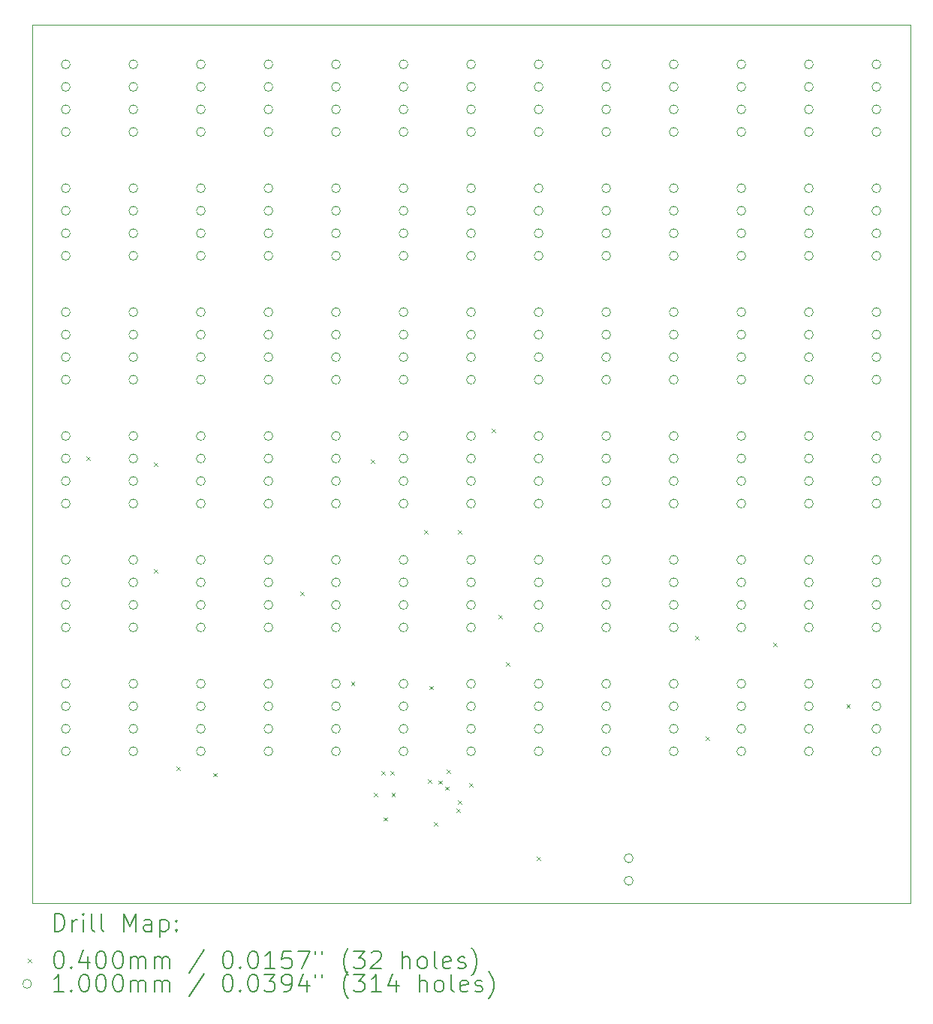
<source format=gbr>
%TF.GenerationSoftware,KiCad,Pcbnew,8.0.2-1*%
%TF.CreationDate,2024-08-03T10:32:18+02:00*%
%TF.ProjectId,dev-board,6465762d-626f-4617-9264-2e6b69636164,1.0*%
%TF.SameCoordinates,Original*%
%TF.FileFunction,Drillmap*%
%TF.FilePolarity,Positive*%
%FSLAX45Y45*%
G04 Gerber Fmt 4.5, Leading zero omitted, Abs format (unit mm)*
G04 Created by KiCad (PCBNEW 8.0.2-1) date 2024-08-03 10:32:18*
%MOMM*%
%LPD*%
G01*
G04 APERTURE LIST*
%ADD10C,0.100000*%
%ADD11C,0.200000*%
G04 APERTURE END LIST*
D10*
X10223500Y-4572000D02*
X20129500Y-4572000D01*
X20129500Y-14478000D01*
X10223500Y-14478000D01*
X10223500Y-4572000D01*
D11*
D10*
X10838500Y-9442000D02*
X10878500Y-9482000D01*
X10878500Y-9442000D02*
X10838500Y-9482000D01*
X11600500Y-9505000D02*
X11640500Y-9545000D01*
X11640500Y-9505000D02*
X11600500Y-9545000D01*
X11600500Y-10711500D02*
X11640500Y-10751500D01*
X11640500Y-10711500D02*
X11600500Y-10751500D01*
X11854500Y-12934000D02*
X11894500Y-12974000D01*
X11894500Y-12934000D02*
X11854500Y-12974000D01*
X12269985Y-13007945D02*
X12309985Y-13047945D01*
X12309985Y-13007945D02*
X12269985Y-13047945D01*
X13251500Y-10965500D02*
X13291500Y-11005500D01*
X13291500Y-10965500D02*
X13251500Y-11005500D01*
X13823000Y-11981500D02*
X13863000Y-12021500D01*
X13863000Y-11981500D02*
X13823000Y-12021500D01*
X14045250Y-9473750D02*
X14085250Y-9513750D01*
X14085250Y-9473750D02*
X14045250Y-9513750D01*
X14078329Y-13234008D02*
X14118329Y-13274008D01*
X14118329Y-13234008D02*
X14078329Y-13274008D01*
X14165667Y-12989077D02*
X14205667Y-13029077D01*
X14205667Y-12989077D02*
X14165667Y-13029077D01*
X14189210Y-13508758D02*
X14229210Y-13548758D01*
X14229210Y-13508758D02*
X14189210Y-13548758D01*
X14267500Y-12988450D02*
X14307500Y-13028450D01*
X14307500Y-12988450D02*
X14267500Y-13028450D01*
X14280114Y-13230874D02*
X14320114Y-13270874D01*
X14320114Y-13230874D02*
X14280114Y-13270874D01*
X14648500Y-10267500D02*
X14688500Y-10307500D01*
X14688500Y-10267500D02*
X14648500Y-10307500D01*
X14692363Y-13080637D02*
X14732363Y-13120637D01*
X14732363Y-13080637D02*
X14692363Y-13120637D01*
X14705535Y-12026925D02*
X14745535Y-12066925D01*
X14745535Y-12026925D02*
X14705535Y-12066925D01*
X14759050Y-13562888D02*
X14799050Y-13602888D01*
X14799050Y-13562888D02*
X14759050Y-13602888D01*
X14807093Y-13092907D02*
X14847093Y-13132907D01*
X14847093Y-13092907D02*
X14807093Y-13132907D01*
X14884550Y-13161658D02*
X14924550Y-13201658D01*
X14924550Y-13161658D02*
X14884550Y-13201658D01*
X14902500Y-12973030D02*
X14942500Y-13013030D01*
X14942500Y-12973030D02*
X14902500Y-13013030D01*
X15008879Y-13412800D02*
X15048879Y-13452800D01*
X15048879Y-13412800D02*
X15008879Y-13452800D01*
X15029500Y-10267000D02*
X15069500Y-10307000D01*
X15069500Y-10267000D02*
X15029500Y-10307000D01*
X15029500Y-13315000D02*
X15069500Y-13355000D01*
X15069500Y-13315000D02*
X15029500Y-13355000D01*
X15156500Y-13124500D02*
X15196500Y-13164500D01*
X15196500Y-13124500D02*
X15156500Y-13164500D01*
X15410500Y-9124000D02*
X15450500Y-9164000D01*
X15450500Y-9124000D02*
X15410500Y-9164000D01*
X15484000Y-11229500D02*
X15524000Y-11269500D01*
X15524000Y-11229500D02*
X15484000Y-11269500D01*
X15569500Y-11759500D02*
X15609500Y-11799500D01*
X15609500Y-11759500D02*
X15569500Y-11799500D01*
X15918500Y-13950000D02*
X15958500Y-13990000D01*
X15958500Y-13950000D02*
X15918500Y-13990000D01*
X17705000Y-11465000D02*
X17745000Y-11505000D01*
X17745000Y-11465000D02*
X17705000Y-11505000D01*
X17823500Y-12598000D02*
X17863500Y-12638000D01*
X17863500Y-12598000D02*
X17823500Y-12638000D01*
X18585500Y-11537500D02*
X18625500Y-11577500D01*
X18625500Y-11537500D02*
X18585500Y-11577500D01*
X19411000Y-12235500D02*
X19451000Y-12275500D01*
X19451000Y-12235500D02*
X19411000Y-12275500D01*
X10654500Y-5016500D02*
G75*
G02*
X10554500Y-5016500I-50000J0D01*
G01*
X10554500Y-5016500D02*
G75*
G02*
X10654500Y-5016500I50000J0D01*
G01*
X10654500Y-5270500D02*
G75*
G02*
X10554500Y-5270500I-50000J0D01*
G01*
X10554500Y-5270500D02*
G75*
G02*
X10654500Y-5270500I50000J0D01*
G01*
X10654500Y-5524500D02*
G75*
G02*
X10554500Y-5524500I-50000J0D01*
G01*
X10554500Y-5524500D02*
G75*
G02*
X10654500Y-5524500I50000J0D01*
G01*
X10654500Y-5778500D02*
G75*
G02*
X10554500Y-5778500I-50000J0D01*
G01*
X10554500Y-5778500D02*
G75*
G02*
X10654500Y-5778500I50000J0D01*
G01*
X10654500Y-6413500D02*
G75*
G02*
X10554500Y-6413500I-50000J0D01*
G01*
X10554500Y-6413500D02*
G75*
G02*
X10654500Y-6413500I50000J0D01*
G01*
X10654500Y-6667500D02*
G75*
G02*
X10554500Y-6667500I-50000J0D01*
G01*
X10554500Y-6667500D02*
G75*
G02*
X10654500Y-6667500I50000J0D01*
G01*
X10654500Y-6921500D02*
G75*
G02*
X10554500Y-6921500I-50000J0D01*
G01*
X10554500Y-6921500D02*
G75*
G02*
X10654500Y-6921500I50000J0D01*
G01*
X10654500Y-7175500D02*
G75*
G02*
X10554500Y-7175500I-50000J0D01*
G01*
X10554500Y-7175500D02*
G75*
G02*
X10654500Y-7175500I50000J0D01*
G01*
X10654500Y-7810500D02*
G75*
G02*
X10554500Y-7810500I-50000J0D01*
G01*
X10554500Y-7810500D02*
G75*
G02*
X10654500Y-7810500I50000J0D01*
G01*
X10654500Y-8064500D02*
G75*
G02*
X10554500Y-8064500I-50000J0D01*
G01*
X10554500Y-8064500D02*
G75*
G02*
X10654500Y-8064500I50000J0D01*
G01*
X10654500Y-8318500D02*
G75*
G02*
X10554500Y-8318500I-50000J0D01*
G01*
X10554500Y-8318500D02*
G75*
G02*
X10654500Y-8318500I50000J0D01*
G01*
X10654500Y-8572500D02*
G75*
G02*
X10554500Y-8572500I-50000J0D01*
G01*
X10554500Y-8572500D02*
G75*
G02*
X10654500Y-8572500I50000J0D01*
G01*
X10654500Y-9207500D02*
G75*
G02*
X10554500Y-9207500I-50000J0D01*
G01*
X10554500Y-9207500D02*
G75*
G02*
X10654500Y-9207500I50000J0D01*
G01*
X10654500Y-9461500D02*
G75*
G02*
X10554500Y-9461500I-50000J0D01*
G01*
X10554500Y-9461500D02*
G75*
G02*
X10654500Y-9461500I50000J0D01*
G01*
X10654500Y-9716000D02*
G75*
G02*
X10554500Y-9716000I-50000J0D01*
G01*
X10554500Y-9716000D02*
G75*
G02*
X10654500Y-9716000I50000J0D01*
G01*
X10654500Y-9970000D02*
G75*
G02*
X10554500Y-9970000I-50000J0D01*
G01*
X10554500Y-9970000D02*
G75*
G02*
X10654500Y-9970000I50000J0D01*
G01*
X10654500Y-10604500D02*
G75*
G02*
X10554500Y-10604500I-50000J0D01*
G01*
X10554500Y-10604500D02*
G75*
G02*
X10654500Y-10604500I50000J0D01*
G01*
X10654500Y-10858500D02*
G75*
G02*
X10554500Y-10858500I-50000J0D01*
G01*
X10554500Y-10858500D02*
G75*
G02*
X10654500Y-10858500I50000J0D01*
G01*
X10654500Y-11112500D02*
G75*
G02*
X10554500Y-11112500I-50000J0D01*
G01*
X10554500Y-11112500D02*
G75*
G02*
X10654500Y-11112500I50000J0D01*
G01*
X10654500Y-11366500D02*
G75*
G02*
X10554500Y-11366500I-50000J0D01*
G01*
X10554500Y-11366500D02*
G75*
G02*
X10654500Y-11366500I50000J0D01*
G01*
X10654500Y-12001500D02*
G75*
G02*
X10554500Y-12001500I-50000J0D01*
G01*
X10554500Y-12001500D02*
G75*
G02*
X10654500Y-12001500I50000J0D01*
G01*
X10654500Y-12255500D02*
G75*
G02*
X10554500Y-12255500I-50000J0D01*
G01*
X10554500Y-12255500D02*
G75*
G02*
X10654500Y-12255500I50000J0D01*
G01*
X10654500Y-12509500D02*
G75*
G02*
X10554500Y-12509500I-50000J0D01*
G01*
X10554500Y-12509500D02*
G75*
G02*
X10654500Y-12509500I50000J0D01*
G01*
X10654500Y-12763500D02*
G75*
G02*
X10554500Y-12763500I-50000J0D01*
G01*
X10554500Y-12763500D02*
G75*
G02*
X10654500Y-12763500I50000J0D01*
G01*
X11416500Y-5016500D02*
G75*
G02*
X11316500Y-5016500I-50000J0D01*
G01*
X11316500Y-5016500D02*
G75*
G02*
X11416500Y-5016500I50000J0D01*
G01*
X11416500Y-5270500D02*
G75*
G02*
X11316500Y-5270500I-50000J0D01*
G01*
X11316500Y-5270500D02*
G75*
G02*
X11416500Y-5270500I50000J0D01*
G01*
X11416500Y-5524500D02*
G75*
G02*
X11316500Y-5524500I-50000J0D01*
G01*
X11316500Y-5524500D02*
G75*
G02*
X11416500Y-5524500I50000J0D01*
G01*
X11416500Y-5778500D02*
G75*
G02*
X11316500Y-5778500I-50000J0D01*
G01*
X11316500Y-5778500D02*
G75*
G02*
X11416500Y-5778500I50000J0D01*
G01*
X11416500Y-6413500D02*
G75*
G02*
X11316500Y-6413500I-50000J0D01*
G01*
X11316500Y-6413500D02*
G75*
G02*
X11416500Y-6413500I50000J0D01*
G01*
X11416500Y-6667500D02*
G75*
G02*
X11316500Y-6667500I-50000J0D01*
G01*
X11316500Y-6667500D02*
G75*
G02*
X11416500Y-6667500I50000J0D01*
G01*
X11416500Y-6921500D02*
G75*
G02*
X11316500Y-6921500I-50000J0D01*
G01*
X11316500Y-6921500D02*
G75*
G02*
X11416500Y-6921500I50000J0D01*
G01*
X11416500Y-7175500D02*
G75*
G02*
X11316500Y-7175500I-50000J0D01*
G01*
X11316500Y-7175500D02*
G75*
G02*
X11416500Y-7175500I50000J0D01*
G01*
X11416500Y-7811000D02*
G75*
G02*
X11316500Y-7811000I-50000J0D01*
G01*
X11316500Y-7811000D02*
G75*
G02*
X11416500Y-7811000I50000J0D01*
G01*
X11416500Y-8065000D02*
G75*
G02*
X11316500Y-8065000I-50000J0D01*
G01*
X11316500Y-8065000D02*
G75*
G02*
X11416500Y-8065000I50000J0D01*
G01*
X11416500Y-8319000D02*
G75*
G02*
X11316500Y-8319000I-50000J0D01*
G01*
X11316500Y-8319000D02*
G75*
G02*
X11416500Y-8319000I50000J0D01*
G01*
X11416500Y-8573000D02*
G75*
G02*
X11316500Y-8573000I-50000J0D01*
G01*
X11316500Y-8573000D02*
G75*
G02*
X11416500Y-8573000I50000J0D01*
G01*
X11416500Y-9208000D02*
G75*
G02*
X11316500Y-9208000I-50000J0D01*
G01*
X11316500Y-9208000D02*
G75*
G02*
X11416500Y-9208000I50000J0D01*
G01*
X11416500Y-9462000D02*
G75*
G02*
X11316500Y-9462000I-50000J0D01*
G01*
X11316500Y-9462000D02*
G75*
G02*
X11416500Y-9462000I50000J0D01*
G01*
X11416500Y-9716000D02*
G75*
G02*
X11316500Y-9716000I-50000J0D01*
G01*
X11316500Y-9716000D02*
G75*
G02*
X11416500Y-9716000I50000J0D01*
G01*
X11416500Y-9970000D02*
G75*
G02*
X11316500Y-9970000I-50000J0D01*
G01*
X11316500Y-9970000D02*
G75*
G02*
X11416500Y-9970000I50000J0D01*
G01*
X11416500Y-10605500D02*
G75*
G02*
X11316500Y-10605500I-50000J0D01*
G01*
X11316500Y-10605500D02*
G75*
G02*
X11416500Y-10605500I50000J0D01*
G01*
X11416500Y-10859500D02*
G75*
G02*
X11316500Y-10859500I-50000J0D01*
G01*
X11316500Y-10859500D02*
G75*
G02*
X11416500Y-10859500I50000J0D01*
G01*
X11416500Y-11113000D02*
G75*
G02*
X11316500Y-11113000I-50000J0D01*
G01*
X11316500Y-11113000D02*
G75*
G02*
X11416500Y-11113000I50000J0D01*
G01*
X11416500Y-11367000D02*
G75*
G02*
X11316500Y-11367000I-50000J0D01*
G01*
X11316500Y-11367000D02*
G75*
G02*
X11416500Y-11367000I50000J0D01*
G01*
X11416500Y-12002000D02*
G75*
G02*
X11316500Y-12002000I-50000J0D01*
G01*
X11316500Y-12002000D02*
G75*
G02*
X11416500Y-12002000I50000J0D01*
G01*
X11416500Y-12256000D02*
G75*
G02*
X11316500Y-12256000I-50000J0D01*
G01*
X11316500Y-12256000D02*
G75*
G02*
X11416500Y-12256000I50000J0D01*
G01*
X11416500Y-12510000D02*
G75*
G02*
X11316500Y-12510000I-50000J0D01*
G01*
X11316500Y-12510000D02*
G75*
G02*
X11416500Y-12510000I50000J0D01*
G01*
X11416500Y-12764000D02*
G75*
G02*
X11316500Y-12764000I-50000J0D01*
G01*
X11316500Y-12764000D02*
G75*
G02*
X11416500Y-12764000I50000J0D01*
G01*
X12178500Y-5016500D02*
G75*
G02*
X12078500Y-5016500I-50000J0D01*
G01*
X12078500Y-5016500D02*
G75*
G02*
X12178500Y-5016500I50000J0D01*
G01*
X12178500Y-5270500D02*
G75*
G02*
X12078500Y-5270500I-50000J0D01*
G01*
X12078500Y-5270500D02*
G75*
G02*
X12178500Y-5270500I50000J0D01*
G01*
X12178500Y-5524500D02*
G75*
G02*
X12078500Y-5524500I-50000J0D01*
G01*
X12078500Y-5524500D02*
G75*
G02*
X12178500Y-5524500I50000J0D01*
G01*
X12178500Y-5778500D02*
G75*
G02*
X12078500Y-5778500I-50000J0D01*
G01*
X12078500Y-5778500D02*
G75*
G02*
X12178500Y-5778500I50000J0D01*
G01*
X12178500Y-6414000D02*
G75*
G02*
X12078500Y-6414000I-50000J0D01*
G01*
X12078500Y-6414000D02*
G75*
G02*
X12178500Y-6414000I50000J0D01*
G01*
X12178500Y-6668000D02*
G75*
G02*
X12078500Y-6668000I-50000J0D01*
G01*
X12078500Y-6668000D02*
G75*
G02*
X12178500Y-6668000I50000J0D01*
G01*
X12178500Y-6921500D02*
G75*
G02*
X12078500Y-6921500I-50000J0D01*
G01*
X12078500Y-6921500D02*
G75*
G02*
X12178500Y-6921500I50000J0D01*
G01*
X12178500Y-7175500D02*
G75*
G02*
X12078500Y-7175500I-50000J0D01*
G01*
X12078500Y-7175500D02*
G75*
G02*
X12178500Y-7175500I50000J0D01*
G01*
X12178500Y-7811500D02*
G75*
G02*
X12078500Y-7811500I-50000J0D01*
G01*
X12078500Y-7811500D02*
G75*
G02*
X12178500Y-7811500I50000J0D01*
G01*
X12178500Y-8065500D02*
G75*
G02*
X12078500Y-8065500I-50000J0D01*
G01*
X12078500Y-8065500D02*
G75*
G02*
X12178500Y-8065500I50000J0D01*
G01*
X12178500Y-8319000D02*
G75*
G02*
X12078500Y-8319000I-50000J0D01*
G01*
X12078500Y-8319000D02*
G75*
G02*
X12178500Y-8319000I50000J0D01*
G01*
X12178500Y-8573000D02*
G75*
G02*
X12078500Y-8573000I-50000J0D01*
G01*
X12078500Y-8573000D02*
G75*
G02*
X12178500Y-8573000I50000J0D01*
G01*
X12178500Y-9208500D02*
G75*
G02*
X12078500Y-9208500I-50000J0D01*
G01*
X12078500Y-9208500D02*
G75*
G02*
X12178500Y-9208500I50000J0D01*
G01*
X12178500Y-9462500D02*
G75*
G02*
X12078500Y-9462500I-50000J0D01*
G01*
X12078500Y-9462500D02*
G75*
G02*
X12178500Y-9462500I50000J0D01*
G01*
X12178500Y-9716500D02*
G75*
G02*
X12078500Y-9716500I-50000J0D01*
G01*
X12078500Y-9716500D02*
G75*
G02*
X12178500Y-9716500I50000J0D01*
G01*
X12178500Y-9970500D02*
G75*
G02*
X12078500Y-9970500I-50000J0D01*
G01*
X12078500Y-9970500D02*
G75*
G02*
X12178500Y-9970500I50000J0D01*
G01*
X12178500Y-10605500D02*
G75*
G02*
X12078500Y-10605500I-50000J0D01*
G01*
X12078500Y-10605500D02*
G75*
G02*
X12178500Y-10605500I50000J0D01*
G01*
X12178500Y-10859500D02*
G75*
G02*
X12078500Y-10859500I-50000J0D01*
G01*
X12078500Y-10859500D02*
G75*
G02*
X12178500Y-10859500I50000J0D01*
G01*
X12178500Y-11113500D02*
G75*
G02*
X12078500Y-11113500I-50000J0D01*
G01*
X12078500Y-11113500D02*
G75*
G02*
X12178500Y-11113500I50000J0D01*
G01*
X12178500Y-11367500D02*
G75*
G02*
X12078500Y-11367500I-50000J0D01*
G01*
X12078500Y-11367500D02*
G75*
G02*
X12178500Y-11367500I50000J0D01*
G01*
X12178500Y-12002000D02*
G75*
G02*
X12078500Y-12002000I-50000J0D01*
G01*
X12078500Y-12002000D02*
G75*
G02*
X12178500Y-12002000I50000J0D01*
G01*
X12178500Y-12256000D02*
G75*
G02*
X12078500Y-12256000I-50000J0D01*
G01*
X12078500Y-12256000D02*
G75*
G02*
X12178500Y-12256000I50000J0D01*
G01*
X12178500Y-12510000D02*
G75*
G02*
X12078500Y-12510000I-50000J0D01*
G01*
X12078500Y-12510000D02*
G75*
G02*
X12178500Y-12510000I50000J0D01*
G01*
X12178500Y-12764000D02*
G75*
G02*
X12078500Y-12764000I-50000J0D01*
G01*
X12078500Y-12764000D02*
G75*
G02*
X12178500Y-12764000I50000J0D01*
G01*
X12940500Y-5016500D02*
G75*
G02*
X12840500Y-5016500I-50000J0D01*
G01*
X12840500Y-5016500D02*
G75*
G02*
X12940500Y-5016500I50000J0D01*
G01*
X12940500Y-5270500D02*
G75*
G02*
X12840500Y-5270500I-50000J0D01*
G01*
X12840500Y-5270500D02*
G75*
G02*
X12940500Y-5270500I50000J0D01*
G01*
X12940500Y-5524500D02*
G75*
G02*
X12840500Y-5524500I-50000J0D01*
G01*
X12840500Y-5524500D02*
G75*
G02*
X12940500Y-5524500I50000J0D01*
G01*
X12940500Y-5778500D02*
G75*
G02*
X12840500Y-5778500I-50000J0D01*
G01*
X12840500Y-5778500D02*
G75*
G02*
X12940500Y-5778500I50000J0D01*
G01*
X12940500Y-6414000D02*
G75*
G02*
X12840500Y-6414000I-50000J0D01*
G01*
X12840500Y-6414000D02*
G75*
G02*
X12940500Y-6414000I50000J0D01*
G01*
X12940500Y-6668000D02*
G75*
G02*
X12840500Y-6668000I-50000J0D01*
G01*
X12840500Y-6668000D02*
G75*
G02*
X12940500Y-6668000I50000J0D01*
G01*
X12940500Y-6921500D02*
G75*
G02*
X12840500Y-6921500I-50000J0D01*
G01*
X12840500Y-6921500D02*
G75*
G02*
X12940500Y-6921500I50000J0D01*
G01*
X12940500Y-7175500D02*
G75*
G02*
X12840500Y-7175500I-50000J0D01*
G01*
X12840500Y-7175500D02*
G75*
G02*
X12940500Y-7175500I50000J0D01*
G01*
X12940500Y-7811500D02*
G75*
G02*
X12840500Y-7811500I-50000J0D01*
G01*
X12840500Y-7811500D02*
G75*
G02*
X12940500Y-7811500I50000J0D01*
G01*
X12940500Y-8065500D02*
G75*
G02*
X12840500Y-8065500I-50000J0D01*
G01*
X12840500Y-8065500D02*
G75*
G02*
X12940500Y-8065500I50000J0D01*
G01*
X12940500Y-8319000D02*
G75*
G02*
X12840500Y-8319000I-50000J0D01*
G01*
X12840500Y-8319000D02*
G75*
G02*
X12940500Y-8319000I50000J0D01*
G01*
X12940500Y-8573000D02*
G75*
G02*
X12840500Y-8573000I-50000J0D01*
G01*
X12840500Y-8573000D02*
G75*
G02*
X12940500Y-8573000I50000J0D01*
G01*
X12940500Y-9208000D02*
G75*
G02*
X12840500Y-9208000I-50000J0D01*
G01*
X12840500Y-9208000D02*
G75*
G02*
X12940500Y-9208000I50000J0D01*
G01*
X12940500Y-9462000D02*
G75*
G02*
X12840500Y-9462000I-50000J0D01*
G01*
X12840500Y-9462000D02*
G75*
G02*
X12940500Y-9462000I50000J0D01*
G01*
X12940500Y-9716500D02*
G75*
G02*
X12840500Y-9716500I-50000J0D01*
G01*
X12840500Y-9716500D02*
G75*
G02*
X12940500Y-9716500I50000J0D01*
G01*
X12940500Y-9970500D02*
G75*
G02*
X12840500Y-9970500I-50000J0D01*
G01*
X12840500Y-9970500D02*
G75*
G02*
X12940500Y-9970500I50000J0D01*
G01*
X12940500Y-10605000D02*
G75*
G02*
X12840500Y-10605000I-50000J0D01*
G01*
X12840500Y-10605000D02*
G75*
G02*
X12940500Y-10605000I50000J0D01*
G01*
X12940500Y-10859000D02*
G75*
G02*
X12840500Y-10859000I-50000J0D01*
G01*
X12840500Y-10859000D02*
G75*
G02*
X12940500Y-10859000I50000J0D01*
G01*
X12940500Y-11113000D02*
G75*
G02*
X12840500Y-11113000I-50000J0D01*
G01*
X12840500Y-11113000D02*
G75*
G02*
X12940500Y-11113000I50000J0D01*
G01*
X12940500Y-11367000D02*
G75*
G02*
X12840500Y-11367000I-50000J0D01*
G01*
X12840500Y-11367000D02*
G75*
G02*
X12940500Y-11367000I50000J0D01*
G01*
X12940500Y-12002500D02*
G75*
G02*
X12840500Y-12002500I-50000J0D01*
G01*
X12840500Y-12002500D02*
G75*
G02*
X12940500Y-12002500I50000J0D01*
G01*
X12940500Y-12256500D02*
G75*
G02*
X12840500Y-12256500I-50000J0D01*
G01*
X12840500Y-12256500D02*
G75*
G02*
X12940500Y-12256500I50000J0D01*
G01*
X12940500Y-12510000D02*
G75*
G02*
X12840500Y-12510000I-50000J0D01*
G01*
X12840500Y-12510000D02*
G75*
G02*
X12940500Y-12510000I50000J0D01*
G01*
X12940500Y-12764000D02*
G75*
G02*
X12840500Y-12764000I-50000J0D01*
G01*
X12840500Y-12764000D02*
G75*
G02*
X12940500Y-12764000I50000J0D01*
G01*
X13702500Y-5016500D02*
G75*
G02*
X13602500Y-5016500I-50000J0D01*
G01*
X13602500Y-5016500D02*
G75*
G02*
X13702500Y-5016500I50000J0D01*
G01*
X13702500Y-5270500D02*
G75*
G02*
X13602500Y-5270500I-50000J0D01*
G01*
X13602500Y-5270500D02*
G75*
G02*
X13702500Y-5270500I50000J0D01*
G01*
X13702500Y-5524500D02*
G75*
G02*
X13602500Y-5524500I-50000J0D01*
G01*
X13602500Y-5524500D02*
G75*
G02*
X13702500Y-5524500I50000J0D01*
G01*
X13702500Y-5778500D02*
G75*
G02*
X13602500Y-5778500I-50000J0D01*
G01*
X13602500Y-5778500D02*
G75*
G02*
X13702500Y-5778500I50000J0D01*
G01*
X13702500Y-6414000D02*
G75*
G02*
X13602500Y-6414000I-50000J0D01*
G01*
X13602500Y-6414000D02*
G75*
G02*
X13702500Y-6414000I50000J0D01*
G01*
X13702500Y-6668000D02*
G75*
G02*
X13602500Y-6668000I-50000J0D01*
G01*
X13602500Y-6668000D02*
G75*
G02*
X13702500Y-6668000I50000J0D01*
G01*
X13702500Y-6922000D02*
G75*
G02*
X13602500Y-6922000I-50000J0D01*
G01*
X13602500Y-6922000D02*
G75*
G02*
X13702500Y-6922000I50000J0D01*
G01*
X13702500Y-7176000D02*
G75*
G02*
X13602500Y-7176000I-50000J0D01*
G01*
X13602500Y-7176000D02*
G75*
G02*
X13702500Y-7176000I50000J0D01*
G01*
X13702500Y-7811500D02*
G75*
G02*
X13602500Y-7811500I-50000J0D01*
G01*
X13602500Y-7811500D02*
G75*
G02*
X13702500Y-7811500I50000J0D01*
G01*
X13702500Y-8065500D02*
G75*
G02*
X13602500Y-8065500I-50000J0D01*
G01*
X13602500Y-8065500D02*
G75*
G02*
X13702500Y-8065500I50000J0D01*
G01*
X13702500Y-8319500D02*
G75*
G02*
X13602500Y-8319500I-50000J0D01*
G01*
X13602500Y-8319500D02*
G75*
G02*
X13702500Y-8319500I50000J0D01*
G01*
X13702500Y-8573500D02*
G75*
G02*
X13602500Y-8573500I-50000J0D01*
G01*
X13602500Y-8573500D02*
G75*
G02*
X13702500Y-8573500I50000J0D01*
G01*
X13702500Y-9208500D02*
G75*
G02*
X13602500Y-9208500I-50000J0D01*
G01*
X13602500Y-9208500D02*
G75*
G02*
X13702500Y-9208500I50000J0D01*
G01*
X13702500Y-9462500D02*
G75*
G02*
X13602500Y-9462500I-50000J0D01*
G01*
X13602500Y-9462500D02*
G75*
G02*
X13702500Y-9462500I50000J0D01*
G01*
X13702500Y-9716500D02*
G75*
G02*
X13602500Y-9716500I-50000J0D01*
G01*
X13602500Y-9716500D02*
G75*
G02*
X13702500Y-9716500I50000J0D01*
G01*
X13702500Y-9970500D02*
G75*
G02*
X13602500Y-9970500I-50000J0D01*
G01*
X13602500Y-9970500D02*
G75*
G02*
X13702500Y-9970500I50000J0D01*
G01*
X13702500Y-10605500D02*
G75*
G02*
X13602500Y-10605500I-50000J0D01*
G01*
X13602500Y-10605500D02*
G75*
G02*
X13702500Y-10605500I50000J0D01*
G01*
X13702500Y-10859500D02*
G75*
G02*
X13602500Y-10859500I-50000J0D01*
G01*
X13602500Y-10859500D02*
G75*
G02*
X13702500Y-10859500I50000J0D01*
G01*
X13702500Y-11113500D02*
G75*
G02*
X13602500Y-11113500I-50000J0D01*
G01*
X13602500Y-11113500D02*
G75*
G02*
X13702500Y-11113500I50000J0D01*
G01*
X13702500Y-11367500D02*
G75*
G02*
X13602500Y-11367500I-50000J0D01*
G01*
X13602500Y-11367500D02*
G75*
G02*
X13702500Y-11367500I50000J0D01*
G01*
X13702500Y-12002000D02*
G75*
G02*
X13602500Y-12002000I-50000J0D01*
G01*
X13602500Y-12002000D02*
G75*
G02*
X13702500Y-12002000I50000J0D01*
G01*
X13702500Y-12256000D02*
G75*
G02*
X13602500Y-12256000I-50000J0D01*
G01*
X13602500Y-12256000D02*
G75*
G02*
X13702500Y-12256000I50000J0D01*
G01*
X13702500Y-12510500D02*
G75*
G02*
X13602500Y-12510500I-50000J0D01*
G01*
X13602500Y-12510500D02*
G75*
G02*
X13702500Y-12510500I50000J0D01*
G01*
X13702500Y-12764500D02*
G75*
G02*
X13602500Y-12764500I-50000J0D01*
G01*
X13602500Y-12764500D02*
G75*
G02*
X13702500Y-12764500I50000J0D01*
G01*
X14464500Y-5016500D02*
G75*
G02*
X14364500Y-5016500I-50000J0D01*
G01*
X14364500Y-5016500D02*
G75*
G02*
X14464500Y-5016500I50000J0D01*
G01*
X14464500Y-5270500D02*
G75*
G02*
X14364500Y-5270500I-50000J0D01*
G01*
X14364500Y-5270500D02*
G75*
G02*
X14464500Y-5270500I50000J0D01*
G01*
X14464500Y-5524500D02*
G75*
G02*
X14364500Y-5524500I-50000J0D01*
G01*
X14364500Y-5524500D02*
G75*
G02*
X14464500Y-5524500I50000J0D01*
G01*
X14464500Y-5778500D02*
G75*
G02*
X14364500Y-5778500I-50000J0D01*
G01*
X14364500Y-5778500D02*
G75*
G02*
X14464500Y-5778500I50000J0D01*
G01*
X14464500Y-6414000D02*
G75*
G02*
X14364500Y-6414000I-50000J0D01*
G01*
X14364500Y-6414000D02*
G75*
G02*
X14464500Y-6414000I50000J0D01*
G01*
X14464500Y-6668000D02*
G75*
G02*
X14364500Y-6668000I-50000J0D01*
G01*
X14364500Y-6668000D02*
G75*
G02*
X14464500Y-6668000I50000J0D01*
G01*
X14464500Y-6922000D02*
G75*
G02*
X14364500Y-6922000I-50000J0D01*
G01*
X14364500Y-6922000D02*
G75*
G02*
X14464500Y-6922000I50000J0D01*
G01*
X14464500Y-7176000D02*
G75*
G02*
X14364500Y-7176000I-50000J0D01*
G01*
X14364500Y-7176000D02*
G75*
G02*
X14464500Y-7176000I50000J0D01*
G01*
X14464500Y-7811000D02*
G75*
G02*
X14364500Y-7811000I-50000J0D01*
G01*
X14364500Y-7811000D02*
G75*
G02*
X14464500Y-7811000I50000J0D01*
G01*
X14464500Y-8065000D02*
G75*
G02*
X14364500Y-8065000I-50000J0D01*
G01*
X14364500Y-8065000D02*
G75*
G02*
X14464500Y-8065000I50000J0D01*
G01*
X14464500Y-8319000D02*
G75*
G02*
X14364500Y-8319000I-50000J0D01*
G01*
X14364500Y-8319000D02*
G75*
G02*
X14464500Y-8319000I50000J0D01*
G01*
X14464500Y-8573000D02*
G75*
G02*
X14364500Y-8573000I-50000J0D01*
G01*
X14364500Y-8573000D02*
G75*
G02*
X14464500Y-8573000I50000J0D01*
G01*
X14464500Y-9208000D02*
G75*
G02*
X14364500Y-9208000I-50000J0D01*
G01*
X14364500Y-9208000D02*
G75*
G02*
X14464500Y-9208000I50000J0D01*
G01*
X14464500Y-9462000D02*
G75*
G02*
X14364500Y-9462000I-50000J0D01*
G01*
X14364500Y-9462000D02*
G75*
G02*
X14464500Y-9462000I50000J0D01*
G01*
X14464500Y-9716500D02*
G75*
G02*
X14364500Y-9716500I-50000J0D01*
G01*
X14364500Y-9716500D02*
G75*
G02*
X14464500Y-9716500I50000J0D01*
G01*
X14464500Y-9970500D02*
G75*
G02*
X14364500Y-9970500I-50000J0D01*
G01*
X14364500Y-9970500D02*
G75*
G02*
X14464500Y-9970500I50000J0D01*
G01*
X14464500Y-10605000D02*
G75*
G02*
X14364500Y-10605000I-50000J0D01*
G01*
X14364500Y-10605000D02*
G75*
G02*
X14464500Y-10605000I50000J0D01*
G01*
X14464500Y-10859000D02*
G75*
G02*
X14364500Y-10859000I-50000J0D01*
G01*
X14364500Y-10859000D02*
G75*
G02*
X14464500Y-10859000I50000J0D01*
G01*
X14464500Y-11113500D02*
G75*
G02*
X14364500Y-11113500I-50000J0D01*
G01*
X14364500Y-11113500D02*
G75*
G02*
X14464500Y-11113500I50000J0D01*
G01*
X14464500Y-11367500D02*
G75*
G02*
X14364500Y-11367500I-50000J0D01*
G01*
X14364500Y-11367500D02*
G75*
G02*
X14464500Y-11367500I50000J0D01*
G01*
X14464500Y-12002500D02*
G75*
G02*
X14364500Y-12002500I-50000J0D01*
G01*
X14364500Y-12002500D02*
G75*
G02*
X14464500Y-12002500I50000J0D01*
G01*
X14464500Y-12256500D02*
G75*
G02*
X14364500Y-12256500I-50000J0D01*
G01*
X14364500Y-12256500D02*
G75*
G02*
X14464500Y-12256500I50000J0D01*
G01*
X14464500Y-12510500D02*
G75*
G02*
X14364500Y-12510500I-50000J0D01*
G01*
X14364500Y-12510500D02*
G75*
G02*
X14464500Y-12510500I50000J0D01*
G01*
X14464500Y-12764500D02*
G75*
G02*
X14364500Y-12764500I-50000J0D01*
G01*
X14364500Y-12764500D02*
G75*
G02*
X14464500Y-12764500I50000J0D01*
G01*
X15226500Y-5016500D02*
G75*
G02*
X15126500Y-5016500I-50000J0D01*
G01*
X15126500Y-5016500D02*
G75*
G02*
X15226500Y-5016500I50000J0D01*
G01*
X15226500Y-5270500D02*
G75*
G02*
X15126500Y-5270500I-50000J0D01*
G01*
X15126500Y-5270500D02*
G75*
G02*
X15226500Y-5270500I50000J0D01*
G01*
X15226500Y-5524500D02*
G75*
G02*
X15126500Y-5524500I-50000J0D01*
G01*
X15126500Y-5524500D02*
G75*
G02*
X15226500Y-5524500I50000J0D01*
G01*
X15226500Y-5778500D02*
G75*
G02*
X15126500Y-5778500I-50000J0D01*
G01*
X15126500Y-5778500D02*
G75*
G02*
X15226500Y-5778500I50000J0D01*
G01*
X15226500Y-6414000D02*
G75*
G02*
X15126500Y-6414000I-50000J0D01*
G01*
X15126500Y-6414000D02*
G75*
G02*
X15226500Y-6414000I50000J0D01*
G01*
X15226500Y-6668000D02*
G75*
G02*
X15126500Y-6668000I-50000J0D01*
G01*
X15126500Y-6668000D02*
G75*
G02*
X15226500Y-6668000I50000J0D01*
G01*
X15226500Y-6922500D02*
G75*
G02*
X15126500Y-6922500I-50000J0D01*
G01*
X15126500Y-6922500D02*
G75*
G02*
X15226500Y-6922500I50000J0D01*
G01*
X15226500Y-7176500D02*
G75*
G02*
X15126500Y-7176500I-50000J0D01*
G01*
X15126500Y-7176500D02*
G75*
G02*
X15226500Y-7176500I50000J0D01*
G01*
X15226500Y-7811500D02*
G75*
G02*
X15126500Y-7811500I-50000J0D01*
G01*
X15126500Y-7811500D02*
G75*
G02*
X15226500Y-7811500I50000J0D01*
G01*
X15226500Y-8065500D02*
G75*
G02*
X15126500Y-8065500I-50000J0D01*
G01*
X15126500Y-8065500D02*
G75*
G02*
X15226500Y-8065500I50000J0D01*
G01*
X15226500Y-8319500D02*
G75*
G02*
X15126500Y-8319500I-50000J0D01*
G01*
X15126500Y-8319500D02*
G75*
G02*
X15226500Y-8319500I50000J0D01*
G01*
X15226500Y-8573500D02*
G75*
G02*
X15126500Y-8573500I-50000J0D01*
G01*
X15126500Y-8573500D02*
G75*
G02*
X15226500Y-8573500I50000J0D01*
G01*
X15226500Y-9208500D02*
G75*
G02*
X15126500Y-9208500I-50000J0D01*
G01*
X15126500Y-9208500D02*
G75*
G02*
X15226500Y-9208500I50000J0D01*
G01*
X15226500Y-9462500D02*
G75*
G02*
X15126500Y-9462500I-50000J0D01*
G01*
X15126500Y-9462500D02*
G75*
G02*
X15226500Y-9462500I50000J0D01*
G01*
X15226500Y-9716500D02*
G75*
G02*
X15126500Y-9716500I-50000J0D01*
G01*
X15126500Y-9716500D02*
G75*
G02*
X15226500Y-9716500I50000J0D01*
G01*
X15226500Y-9970500D02*
G75*
G02*
X15126500Y-9970500I-50000J0D01*
G01*
X15126500Y-9970500D02*
G75*
G02*
X15226500Y-9970500I50000J0D01*
G01*
X15226500Y-10605000D02*
G75*
G02*
X15126500Y-10605000I-50000J0D01*
G01*
X15126500Y-10605000D02*
G75*
G02*
X15226500Y-10605000I50000J0D01*
G01*
X15226500Y-10859000D02*
G75*
G02*
X15126500Y-10859000I-50000J0D01*
G01*
X15126500Y-10859000D02*
G75*
G02*
X15226500Y-10859000I50000J0D01*
G01*
X15226500Y-11113500D02*
G75*
G02*
X15126500Y-11113500I-50000J0D01*
G01*
X15126500Y-11113500D02*
G75*
G02*
X15226500Y-11113500I50000J0D01*
G01*
X15226500Y-11367500D02*
G75*
G02*
X15126500Y-11367500I-50000J0D01*
G01*
X15126500Y-11367500D02*
G75*
G02*
X15226500Y-11367500I50000J0D01*
G01*
X15226500Y-12002500D02*
G75*
G02*
X15126500Y-12002500I-50000J0D01*
G01*
X15126500Y-12002500D02*
G75*
G02*
X15226500Y-12002500I50000J0D01*
G01*
X15226500Y-12256500D02*
G75*
G02*
X15126500Y-12256500I-50000J0D01*
G01*
X15126500Y-12256500D02*
G75*
G02*
X15226500Y-12256500I50000J0D01*
G01*
X15226500Y-12510000D02*
G75*
G02*
X15126500Y-12510000I-50000J0D01*
G01*
X15126500Y-12510000D02*
G75*
G02*
X15226500Y-12510000I50000J0D01*
G01*
X15226500Y-12764000D02*
G75*
G02*
X15126500Y-12764000I-50000J0D01*
G01*
X15126500Y-12764000D02*
G75*
G02*
X15226500Y-12764000I50000J0D01*
G01*
X15988500Y-5016500D02*
G75*
G02*
X15888500Y-5016500I-50000J0D01*
G01*
X15888500Y-5016500D02*
G75*
G02*
X15988500Y-5016500I50000J0D01*
G01*
X15988500Y-5270500D02*
G75*
G02*
X15888500Y-5270500I-50000J0D01*
G01*
X15888500Y-5270500D02*
G75*
G02*
X15988500Y-5270500I50000J0D01*
G01*
X15988500Y-5524500D02*
G75*
G02*
X15888500Y-5524500I-50000J0D01*
G01*
X15888500Y-5524500D02*
G75*
G02*
X15988500Y-5524500I50000J0D01*
G01*
X15988500Y-5778500D02*
G75*
G02*
X15888500Y-5778500I-50000J0D01*
G01*
X15888500Y-5778500D02*
G75*
G02*
X15988500Y-5778500I50000J0D01*
G01*
X15988500Y-6414500D02*
G75*
G02*
X15888500Y-6414500I-50000J0D01*
G01*
X15888500Y-6414500D02*
G75*
G02*
X15988500Y-6414500I50000J0D01*
G01*
X15988500Y-6668500D02*
G75*
G02*
X15888500Y-6668500I-50000J0D01*
G01*
X15888500Y-6668500D02*
G75*
G02*
X15988500Y-6668500I50000J0D01*
G01*
X15988500Y-6922000D02*
G75*
G02*
X15888500Y-6922000I-50000J0D01*
G01*
X15888500Y-6922000D02*
G75*
G02*
X15988500Y-6922000I50000J0D01*
G01*
X15988500Y-7176000D02*
G75*
G02*
X15888500Y-7176000I-50000J0D01*
G01*
X15888500Y-7176000D02*
G75*
G02*
X15988500Y-7176000I50000J0D01*
G01*
X15988500Y-7811500D02*
G75*
G02*
X15888500Y-7811500I-50000J0D01*
G01*
X15888500Y-7811500D02*
G75*
G02*
X15988500Y-7811500I50000J0D01*
G01*
X15988500Y-8065500D02*
G75*
G02*
X15888500Y-8065500I-50000J0D01*
G01*
X15888500Y-8065500D02*
G75*
G02*
X15988500Y-8065500I50000J0D01*
G01*
X15988500Y-8319000D02*
G75*
G02*
X15888500Y-8319000I-50000J0D01*
G01*
X15888500Y-8319000D02*
G75*
G02*
X15988500Y-8319000I50000J0D01*
G01*
X15988500Y-8573000D02*
G75*
G02*
X15888500Y-8573000I-50000J0D01*
G01*
X15888500Y-8573000D02*
G75*
G02*
X15988500Y-8573000I50000J0D01*
G01*
X15988500Y-9208500D02*
G75*
G02*
X15888500Y-9208500I-50000J0D01*
G01*
X15888500Y-9208500D02*
G75*
G02*
X15988500Y-9208500I50000J0D01*
G01*
X15988500Y-9462500D02*
G75*
G02*
X15888500Y-9462500I-50000J0D01*
G01*
X15888500Y-9462500D02*
G75*
G02*
X15988500Y-9462500I50000J0D01*
G01*
X15988500Y-9716500D02*
G75*
G02*
X15888500Y-9716500I-50000J0D01*
G01*
X15888500Y-9716500D02*
G75*
G02*
X15988500Y-9716500I50000J0D01*
G01*
X15988500Y-9970500D02*
G75*
G02*
X15888500Y-9970500I-50000J0D01*
G01*
X15888500Y-9970500D02*
G75*
G02*
X15988500Y-9970500I50000J0D01*
G01*
X15988500Y-10605000D02*
G75*
G02*
X15888500Y-10605000I-50000J0D01*
G01*
X15888500Y-10605000D02*
G75*
G02*
X15988500Y-10605000I50000J0D01*
G01*
X15988500Y-10859000D02*
G75*
G02*
X15888500Y-10859000I-50000J0D01*
G01*
X15888500Y-10859000D02*
G75*
G02*
X15988500Y-10859000I50000J0D01*
G01*
X15988500Y-11113500D02*
G75*
G02*
X15888500Y-11113500I-50000J0D01*
G01*
X15888500Y-11113500D02*
G75*
G02*
X15988500Y-11113500I50000J0D01*
G01*
X15988500Y-11367500D02*
G75*
G02*
X15888500Y-11367500I-50000J0D01*
G01*
X15888500Y-11367500D02*
G75*
G02*
X15988500Y-11367500I50000J0D01*
G01*
X15988500Y-12002000D02*
G75*
G02*
X15888500Y-12002000I-50000J0D01*
G01*
X15888500Y-12002000D02*
G75*
G02*
X15988500Y-12002000I50000J0D01*
G01*
X15988500Y-12256000D02*
G75*
G02*
X15888500Y-12256000I-50000J0D01*
G01*
X15888500Y-12256000D02*
G75*
G02*
X15988500Y-12256000I50000J0D01*
G01*
X15988500Y-12510000D02*
G75*
G02*
X15888500Y-12510000I-50000J0D01*
G01*
X15888500Y-12510000D02*
G75*
G02*
X15988500Y-12510000I50000J0D01*
G01*
X15988500Y-12764000D02*
G75*
G02*
X15888500Y-12764000I-50000J0D01*
G01*
X15888500Y-12764000D02*
G75*
G02*
X15988500Y-12764000I50000J0D01*
G01*
X16750500Y-5016500D02*
G75*
G02*
X16650500Y-5016500I-50000J0D01*
G01*
X16650500Y-5016500D02*
G75*
G02*
X16750500Y-5016500I50000J0D01*
G01*
X16750500Y-5270500D02*
G75*
G02*
X16650500Y-5270500I-50000J0D01*
G01*
X16650500Y-5270500D02*
G75*
G02*
X16750500Y-5270500I50000J0D01*
G01*
X16750500Y-5524500D02*
G75*
G02*
X16650500Y-5524500I-50000J0D01*
G01*
X16650500Y-5524500D02*
G75*
G02*
X16750500Y-5524500I50000J0D01*
G01*
X16750500Y-5778500D02*
G75*
G02*
X16650500Y-5778500I-50000J0D01*
G01*
X16650500Y-5778500D02*
G75*
G02*
X16750500Y-5778500I50000J0D01*
G01*
X16750500Y-6414000D02*
G75*
G02*
X16650500Y-6414000I-50000J0D01*
G01*
X16650500Y-6414000D02*
G75*
G02*
X16750500Y-6414000I50000J0D01*
G01*
X16750500Y-6668000D02*
G75*
G02*
X16650500Y-6668000I-50000J0D01*
G01*
X16650500Y-6668000D02*
G75*
G02*
X16750500Y-6668000I50000J0D01*
G01*
X16750500Y-6922000D02*
G75*
G02*
X16650500Y-6922000I-50000J0D01*
G01*
X16650500Y-6922000D02*
G75*
G02*
X16750500Y-6922000I50000J0D01*
G01*
X16750500Y-7176000D02*
G75*
G02*
X16650500Y-7176000I-50000J0D01*
G01*
X16650500Y-7176000D02*
G75*
G02*
X16750500Y-7176000I50000J0D01*
G01*
X16750500Y-7811000D02*
G75*
G02*
X16650500Y-7811000I-50000J0D01*
G01*
X16650500Y-7811000D02*
G75*
G02*
X16750500Y-7811000I50000J0D01*
G01*
X16750500Y-8065000D02*
G75*
G02*
X16650500Y-8065000I-50000J0D01*
G01*
X16650500Y-8065000D02*
G75*
G02*
X16750500Y-8065000I50000J0D01*
G01*
X16750500Y-8319500D02*
G75*
G02*
X16650500Y-8319500I-50000J0D01*
G01*
X16650500Y-8319500D02*
G75*
G02*
X16750500Y-8319500I50000J0D01*
G01*
X16750500Y-8573500D02*
G75*
G02*
X16650500Y-8573500I-50000J0D01*
G01*
X16650500Y-8573500D02*
G75*
G02*
X16750500Y-8573500I50000J0D01*
G01*
X16750500Y-9208000D02*
G75*
G02*
X16650500Y-9208000I-50000J0D01*
G01*
X16650500Y-9208000D02*
G75*
G02*
X16750500Y-9208000I50000J0D01*
G01*
X16750500Y-9462000D02*
G75*
G02*
X16650500Y-9462000I-50000J0D01*
G01*
X16650500Y-9462000D02*
G75*
G02*
X16750500Y-9462000I50000J0D01*
G01*
X16750500Y-9716000D02*
G75*
G02*
X16650500Y-9716000I-50000J0D01*
G01*
X16650500Y-9716000D02*
G75*
G02*
X16750500Y-9716000I50000J0D01*
G01*
X16750500Y-9970000D02*
G75*
G02*
X16650500Y-9970000I-50000J0D01*
G01*
X16650500Y-9970000D02*
G75*
G02*
X16750500Y-9970000I50000J0D01*
G01*
X16750500Y-10605000D02*
G75*
G02*
X16650500Y-10605000I-50000J0D01*
G01*
X16650500Y-10605000D02*
G75*
G02*
X16750500Y-10605000I50000J0D01*
G01*
X16750500Y-10859000D02*
G75*
G02*
X16650500Y-10859000I-50000J0D01*
G01*
X16650500Y-10859000D02*
G75*
G02*
X16750500Y-10859000I50000J0D01*
G01*
X16750500Y-11113500D02*
G75*
G02*
X16650500Y-11113500I-50000J0D01*
G01*
X16650500Y-11113500D02*
G75*
G02*
X16750500Y-11113500I50000J0D01*
G01*
X16750500Y-11367500D02*
G75*
G02*
X16650500Y-11367500I-50000J0D01*
G01*
X16650500Y-11367500D02*
G75*
G02*
X16750500Y-11367500I50000J0D01*
G01*
X16750500Y-12002500D02*
G75*
G02*
X16650500Y-12002500I-50000J0D01*
G01*
X16650500Y-12002500D02*
G75*
G02*
X16750500Y-12002500I50000J0D01*
G01*
X16750500Y-12256500D02*
G75*
G02*
X16650500Y-12256500I-50000J0D01*
G01*
X16650500Y-12256500D02*
G75*
G02*
X16750500Y-12256500I50000J0D01*
G01*
X16750500Y-12510500D02*
G75*
G02*
X16650500Y-12510500I-50000J0D01*
G01*
X16650500Y-12510500D02*
G75*
G02*
X16750500Y-12510500I50000J0D01*
G01*
X16750500Y-12764500D02*
G75*
G02*
X16650500Y-12764500I-50000J0D01*
G01*
X16650500Y-12764500D02*
G75*
G02*
X16750500Y-12764500I50000J0D01*
G01*
X17004500Y-13970000D02*
G75*
G02*
X16904500Y-13970000I-50000J0D01*
G01*
X16904500Y-13970000D02*
G75*
G02*
X17004500Y-13970000I50000J0D01*
G01*
X17004500Y-14224000D02*
G75*
G02*
X16904500Y-14224000I-50000J0D01*
G01*
X16904500Y-14224000D02*
G75*
G02*
X17004500Y-14224000I50000J0D01*
G01*
X17512500Y-5016500D02*
G75*
G02*
X17412500Y-5016500I-50000J0D01*
G01*
X17412500Y-5016500D02*
G75*
G02*
X17512500Y-5016500I50000J0D01*
G01*
X17512500Y-5270500D02*
G75*
G02*
X17412500Y-5270500I-50000J0D01*
G01*
X17412500Y-5270500D02*
G75*
G02*
X17512500Y-5270500I50000J0D01*
G01*
X17512500Y-5524500D02*
G75*
G02*
X17412500Y-5524500I-50000J0D01*
G01*
X17412500Y-5524500D02*
G75*
G02*
X17512500Y-5524500I50000J0D01*
G01*
X17512500Y-5778500D02*
G75*
G02*
X17412500Y-5778500I-50000J0D01*
G01*
X17412500Y-5778500D02*
G75*
G02*
X17512500Y-5778500I50000J0D01*
G01*
X17512500Y-6414000D02*
G75*
G02*
X17412500Y-6414000I-50000J0D01*
G01*
X17412500Y-6414000D02*
G75*
G02*
X17512500Y-6414000I50000J0D01*
G01*
X17512500Y-6668000D02*
G75*
G02*
X17412500Y-6668000I-50000J0D01*
G01*
X17412500Y-6668000D02*
G75*
G02*
X17512500Y-6668000I50000J0D01*
G01*
X17512500Y-6922000D02*
G75*
G02*
X17412500Y-6922000I-50000J0D01*
G01*
X17412500Y-6922000D02*
G75*
G02*
X17512500Y-6922000I50000J0D01*
G01*
X17512500Y-7176000D02*
G75*
G02*
X17412500Y-7176000I-50000J0D01*
G01*
X17412500Y-7176000D02*
G75*
G02*
X17512500Y-7176000I50000J0D01*
G01*
X17512500Y-7811000D02*
G75*
G02*
X17412500Y-7811000I-50000J0D01*
G01*
X17412500Y-7811000D02*
G75*
G02*
X17512500Y-7811000I50000J0D01*
G01*
X17512500Y-8065000D02*
G75*
G02*
X17412500Y-8065000I-50000J0D01*
G01*
X17412500Y-8065000D02*
G75*
G02*
X17512500Y-8065000I50000J0D01*
G01*
X17512500Y-8319500D02*
G75*
G02*
X17412500Y-8319500I-50000J0D01*
G01*
X17412500Y-8319500D02*
G75*
G02*
X17512500Y-8319500I50000J0D01*
G01*
X17512500Y-8573500D02*
G75*
G02*
X17412500Y-8573500I-50000J0D01*
G01*
X17412500Y-8573500D02*
G75*
G02*
X17512500Y-8573500I50000J0D01*
G01*
X17512500Y-9208500D02*
G75*
G02*
X17412500Y-9208500I-50000J0D01*
G01*
X17412500Y-9208500D02*
G75*
G02*
X17512500Y-9208500I50000J0D01*
G01*
X17512500Y-9462500D02*
G75*
G02*
X17412500Y-9462500I-50000J0D01*
G01*
X17412500Y-9462500D02*
G75*
G02*
X17512500Y-9462500I50000J0D01*
G01*
X17512500Y-9716500D02*
G75*
G02*
X17412500Y-9716500I-50000J0D01*
G01*
X17412500Y-9716500D02*
G75*
G02*
X17512500Y-9716500I50000J0D01*
G01*
X17512500Y-9970500D02*
G75*
G02*
X17412500Y-9970500I-50000J0D01*
G01*
X17412500Y-9970500D02*
G75*
G02*
X17512500Y-9970500I50000J0D01*
G01*
X17512500Y-10605000D02*
G75*
G02*
X17412500Y-10605000I-50000J0D01*
G01*
X17412500Y-10605000D02*
G75*
G02*
X17512500Y-10605000I50000J0D01*
G01*
X17512500Y-10859000D02*
G75*
G02*
X17412500Y-10859000I-50000J0D01*
G01*
X17412500Y-10859000D02*
G75*
G02*
X17512500Y-10859000I50000J0D01*
G01*
X17512500Y-11113000D02*
G75*
G02*
X17412500Y-11113000I-50000J0D01*
G01*
X17412500Y-11113000D02*
G75*
G02*
X17512500Y-11113000I50000J0D01*
G01*
X17512500Y-11367000D02*
G75*
G02*
X17412500Y-11367000I-50000J0D01*
G01*
X17412500Y-11367000D02*
G75*
G02*
X17512500Y-11367000I50000J0D01*
G01*
X17512500Y-12002500D02*
G75*
G02*
X17412500Y-12002500I-50000J0D01*
G01*
X17412500Y-12002500D02*
G75*
G02*
X17512500Y-12002500I50000J0D01*
G01*
X17512500Y-12256500D02*
G75*
G02*
X17412500Y-12256500I-50000J0D01*
G01*
X17412500Y-12256500D02*
G75*
G02*
X17512500Y-12256500I50000J0D01*
G01*
X17512500Y-12510000D02*
G75*
G02*
X17412500Y-12510000I-50000J0D01*
G01*
X17412500Y-12510000D02*
G75*
G02*
X17512500Y-12510000I50000J0D01*
G01*
X17512500Y-12764000D02*
G75*
G02*
X17412500Y-12764000I-50000J0D01*
G01*
X17412500Y-12764000D02*
G75*
G02*
X17512500Y-12764000I50000J0D01*
G01*
X18274500Y-5016500D02*
G75*
G02*
X18174500Y-5016500I-50000J0D01*
G01*
X18174500Y-5016500D02*
G75*
G02*
X18274500Y-5016500I50000J0D01*
G01*
X18274500Y-5270500D02*
G75*
G02*
X18174500Y-5270500I-50000J0D01*
G01*
X18174500Y-5270500D02*
G75*
G02*
X18274500Y-5270500I50000J0D01*
G01*
X18274500Y-5524500D02*
G75*
G02*
X18174500Y-5524500I-50000J0D01*
G01*
X18174500Y-5524500D02*
G75*
G02*
X18274500Y-5524500I50000J0D01*
G01*
X18274500Y-5778500D02*
G75*
G02*
X18174500Y-5778500I-50000J0D01*
G01*
X18174500Y-5778500D02*
G75*
G02*
X18274500Y-5778500I50000J0D01*
G01*
X18274500Y-6414000D02*
G75*
G02*
X18174500Y-6414000I-50000J0D01*
G01*
X18174500Y-6414000D02*
G75*
G02*
X18274500Y-6414000I50000J0D01*
G01*
X18274500Y-6668000D02*
G75*
G02*
X18174500Y-6668000I-50000J0D01*
G01*
X18174500Y-6668000D02*
G75*
G02*
X18274500Y-6668000I50000J0D01*
G01*
X18274500Y-6922000D02*
G75*
G02*
X18174500Y-6922000I-50000J0D01*
G01*
X18174500Y-6922000D02*
G75*
G02*
X18274500Y-6922000I50000J0D01*
G01*
X18274500Y-7176000D02*
G75*
G02*
X18174500Y-7176000I-50000J0D01*
G01*
X18174500Y-7176000D02*
G75*
G02*
X18274500Y-7176000I50000J0D01*
G01*
X18274500Y-7811000D02*
G75*
G02*
X18174500Y-7811000I-50000J0D01*
G01*
X18174500Y-7811000D02*
G75*
G02*
X18274500Y-7811000I50000J0D01*
G01*
X18274500Y-8065000D02*
G75*
G02*
X18174500Y-8065000I-50000J0D01*
G01*
X18174500Y-8065000D02*
G75*
G02*
X18274500Y-8065000I50000J0D01*
G01*
X18274500Y-8319000D02*
G75*
G02*
X18174500Y-8319000I-50000J0D01*
G01*
X18174500Y-8319000D02*
G75*
G02*
X18274500Y-8319000I50000J0D01*
G01*
X18274500Y-8573000D02*
G75*
G02*
X18174500Y-8573000I-50000J0D01*
G01*
X18174500Y-8573000D02*
G75*
G02*
X18274500Y-8573000I50000J0D01*
G01*
X18274500Y-9208000D02*
G75*
G02*
X18174500Y-9208000I-50000J0D01*
G01*
X18174500Y-9208000D02*
G75*
G02*
X18274500Y-9208000I50000J0D01*
G01*
X18274500Y-9462000D02*
G75*
G02*
X18174500Y-9462000I-50000J0D01*
G01*
X18174500Y-9462000D02*
G75*
G02*
X18274500Y-9462000I50000J0D01*
G01*
X18274500Y-9716500D02*
G75*
G02*
X18174500Y-9716500I-50000J0D01*
G01*
X18174500Y-9716500D02*
G75*
G02*
X18274500Y-9716500I50000J0D01*
G01*
X18274500Y-9970500D02*
G75*
G02*
X18174500Y-9970500I-50000J0D01*
G01*
X18174500Y-9970500D02*
G75*
G02*
X18274500Y-9970500I50000J0D01*
G01*
X18274500Y-10605500D02*
G75*
G02*
X18174500Y-10605500I-50000J0D01*
G01*
X18174500Y-10605500D02*
G75*
G02*
X18274500Y-10605500I50000J0D01*
G01*
X18274500Y-10859500D02*
G75*
G02*
X18174500Y-10859500I-50000J0D01*
G01*
X18174500Y-10859500D02*
G75*
G02*
X18274500Y-10859500I50000J0D01*
G01*
X18274500Y-11113500D02*
G75*
G02*
X18174500Y-11113500I-50000J0D01*
G01*
X18174500Y-11113500D02*
G75*
G02*
X18274500Y-11113500I50000J0D01*
G01*
X18274500Y-11367500D02*
G75*
G02*
X18174500Y-11367500I-50000J0D01*
G01*
X18174500Y-11367500D02*
G75*
G02*
X18274500Y-11367500I50000J0D01*
G01*
X18274500Y-12002000D02*
G75*
G02*
X18174500Y-12002000I-50000J0D01*
G01*
X18174500Y-12002000D02*
G75*
G02*
X18274500Y-12002000I50000J0D01*
G01*
X18274500Y-12256000D02*
G75*
G02*
X18174500Y-12256000I-50000J0D01*
G01*
X18174500Y-12256000D02*
G75*
G02*
X18274500Y-12256000I50000J0D01*
G01*
X18274500Y-12510500D02*
G75*
G02*
X18174500Y-12510500I-50000J0D01*
G01*
X18174500Y-12510500D02*
G75*
G02*
X18274500Y-12510500I50000J0D01*
G01*
X18274500Y-12764500D02*
G75*
G02*
X18174500Y-12764500I-50000J0D01*
G01*
X18174500Y-12764500D02*
G75*
G02*
X18274500Y-12764500I50000J0D01*
G01*
X19036500Y-5016500D02*
G75*
G02*
X18936500Y-5016500I-50000J0D01*
G01*
X18936500Y-5016500D02*
G75*
G02*
X19036500Y-5016500I50000J0D01*
G01*
X19036500Y-5270500D02*
G75*
G02*
X18936500Y-5270500I-50000J0D01*
G01*
X18936500Y-5270500D02*
G75*
G02*
X19036500Y-5270500I50000J0D01*
G01*
X19036500Y-5524500D02*
G75*
G02*
X18936500Y-5524500I-50000J0D01*
G01*
X18936500Y-5524500D02*
G75*
G02*
X19036500Y-5524500I50000J0D01*
G01*
X19036500Y-5778500D02*
G75*
G02*
X18936500Y-5778500I-50000J0D01*
G01*
X18936500Y-5778500D02*
G75*
G02*
X19036500Y-5778500I50000J0D01*
G01*
X19036500Y-6414500D02*
G75*
G02*
X18936500Y-6414500I-50000J0D01*
G01*
X18936500Y-6414500D02*
G75*
G02*
X19036500Y-6414500I50000J0D01*
G01*
X19036500Y-6668500D02*
G75*
G02*
X18936500Y-6668500I-50000J0D01*
G01*
X18936500Y-6668500D02*
G75*
G02*
X19036500Y-6668500I50000J0D01*
G01*
X19036500Y-6922000D02*
G75*
G02*
X18936500Y-6922000I-50000J0D01*
G01*
X18936500Y-6922000D02*
G75*
G02*
X19036500Y-6922000I50000J0D01*
G01*
X19036500Y-7176000D02*
G75*
G02*
X18936500Y-7176000I-50000J0D01*
G01*
X18936500Y-7176000D02*
G75*
G02*
X19036500Y-7176000I50000J0D01*
G01*
X19036500Y-7811500D02*
G75*
G02*
X18936500Y-7811500I-50000J0D01*
G01*
X18936500Y-7811500D02*
G75*
G02*
X19036500Y-7811500I50000J0D01*
G01*
X19036500Y-8065500D02*
G75*
G02*
X18936500Y-8065500I-50000J0D01*
G01*
X18936500Y-8065500D02*
G75*
G02*
X19036500Y-8065500I50000J0D01*
G01*
X19036500Y-8319500D02*
G75*
G02*
X18936500Y-8319500I-50000J0D01*
G01*
X18936500Y-8319500D02*
G75*
G02*
X19036500Y-8319500I50000J0D01*
G01*
X19036500Y-8573500D02*
G75*
G02*
X18936500Y-8573500I-50000J0D01*
G01*
X18936500Y-8573500D02*
G75*
G02*
X19036500Y-8573500I50000J0D01*
G01*
X19036500Y-9208000D02*
G75*
G02*
X18936500Y-9208000I-50000J0D01*
G01*
X18936500Y-9208000D02*
G75*
G02*
X19036500Y-9208000I50000J0D01*
G01*
X19036500Y-9462000D02*
G75*
G02*
X18936500Y-9462000I-50000J0D01*
G01*
X18936500Y-9462000D02*
G75*
G02*
X19036500Y-9462000I50000J0D01*
G01*
X19036500Y-9716000D02*
G75*
G02*
X18936500Y-9716000I-50000J0D01*
G01*
X18936500Y-9716000D02*
G75*
G02*
X19036500Y-9716000I50000J0D01*
G01*
X19036500Y-9970000D02*
G75*
G02*
X18936500Y-9970000I-50000J0D01*
G01*
X18936500Y-9970000D02*
G75*
G02*
X19036500Y-9970000I50000J0D01*
G01*
X19036500Y-10605500D02*
G75*
G02*
X18936500Y-10605500I-50000J0D01*
G01*
X18936500Y-10605500D02*
G75*
G02*
X19036500Y-10605500I50000J0D01*
G01*
X19036500Y-10859500D02*
G75*
G02*
X18936500Y-10859500I-50000J0D01*
G01*
X18936500Y-10859500D02*
G75*
G02*
X19036500Y-10859500I50000J0D01*
G01*
X19036500Y-11113500D02*
G75*
G02*
X18936500Y-11113500I-50000J0D01*
G01*
X18936500Y-11113500D02*
G75*
G02*
X19036500Y-11113500I50000J0D01*
G01*
X19036500Y-11367500D02*
G75*
G02*
X18936500Y-11367500I-50000J0D01*
G01*
X18936500Y-11367500D02*
G75*
G02*
X19036500Y-11367500I50000J0D01*
G01*
X19036500Y-12002000D02*
G75*
G02*
X18936500Y-12002000I-50000J0D01*
G01*
X18936500Y-12002000D02*
G75*
G02*
X19036500Y-12002000I50000J0D01*
G01*
X19036500Y-12256000D02*
G75*
G02*
X18936500Y-12256000I-50000J0D01*
G01*
X18936500Y-12256000D02*
G75*
G02*
X19036500Y-12256000I50000J0D01*
G01*
X19036500Y-12510500D02*
G75*
G02*
X18936500Y-12510500I-50000J0D01*
G01*
X18936500Y-12510500D02*
G75*
G02*
X19036500Y-12510500I50000J0D01*
G01*
X19036500Y-12764500D02*
G75*
G02*
X18936500Y-12764500I-50000J0D01*
G01*
X18936500Y-12764500D02*
G75*
G02*
X19036500Y-12764500I50000J0D01*
G01*
X19798500Y-5016500D02*
G75*
G02*
X19698500Y-5016500I-50000J0D01*
G01*
X19698500Y-5016500D02*
G75*
G02*
X19798500Y-5016500I50000J0D01*
G01*
X19798500Y-5270500D02*
G75*
G02*
X19698500Y-5270500I-50000J0D01*
G01*
X19698500Y-5270500D02*
G75*
G02*
X19798500Y-5270500I50000J0D01*
G01*
X19798500Y-5524500D02*
G75*
G02*
X19698500Y-5524500I-50000J0D01*
G01*
X19698500Y-5524500D02*
G75*
G02*
X19798500Y-5524500I50000J0D01*
G01*
X19798500Y-5778500D02*
G75*
G02*
X19698500Y-5778500I-50000J0D01*
G01*
X19698500Y-5778500D02*
G75*
G02*
X19798500Y-5778500I50000J0D01*
G01*
X19798500Y-6414500D02*
G75*
G02*
X19698500Y-6414500I-50000J0D01*
G01*
X19698500Y-6414500D02*
G75*
G02*
X19798500Y-6414500I50000J0D01*
G01*
X19798500Y-6668500D02*
G75*
G02*
X19698500Y-6668500I-50000J0D01*
G01*
X19698500Y-6668500D02*
G75*
G02*
X19798500Y-6668500I50000J0D01*
G01*
X19798500Y-6922500D02*
G75*
G02*
X19698500Y-6922500I-50000J0D01*
G01*
X19698500Y-6922500D02*
G75*
G02*
X19798500Y-6922500I50000J0D01*
G01*
X19798500Y-7176500D02*
G75*
G02*
X19698500Y-7176500I-50000J0D01*
G01*
X19698500Y-7176500D02*
G75*
G02*
X19798500Y-7176500I50000J0D01*
G01*
X19798500Y-7811000D02*
G75*
G02*
X19698500Y-7811000I-50000J0D01*
G01*
X19698500Y-7811000D02*
G75*
G02*
X19798500Y-7811000I50000J0D01*
G01*
X19798500Y-8065000D02*
G75*
G02*
X19698500Y-8065000I-50000J0D01*
G01*
X19698500Y-8065000D02*
G75*
G02*
X19798500Y-8065000I50000J0D01*
G01*
X19798500Y-8319000D02*
G75*
G02*
X19698500Y-8319000I-50000J0D01*
G01*
X19698500Y-8319000D02*
G75*
G02*
X19798500Y-8319000I50000J0D01*
G01*
X19798500Y-8573000D02*
G75*
G02*
X19698500Y-8573000I-50000J0D01*
G01*
X19698500Y-8573000D02*
G75*
G02*
X19798500Y-8573000I50000J0D01*
G01*
X19798500Y-9208500D02*
G75*
G02*
X19698500Y-9208500I-50000J0D01*
G01*
X19698500Y-9208500D02*
G75*
G02*
X19798500Y-9208500I50000J0D01*
G01*
X19798500Y-9462500D02*
G75*
G02*
X19698500Y-9462500I-50000J0D01*
G01*
X19698500Y-9462500D02*
G75*
G02*
X19798500Y-9462500I50000J0D01*
G01*
X19798500Y-9716000D02*
G75*
G02*
X19698500Y-9716000I-50000J0D01*
G01*
X19698500Y-9716000D02*
G75*
G02*
X19798500Y-9716000I50000J0D01*
G01*
X19798500Y-9970000D02*
G75*
G02*
X19698500Y-9970000I-50000J0D01*
G01*
X19698500Y-9970000D02*
G75*
G02*
X19798500Y-9970000I50000J0D01*
G01*
X19798500Y-10605000D02*
G75*
G02*
X19698500Y-10605000I-50000J0D01*
G01*
X19698500Y-10605000D02*
G75*
G02*
X19798500Y-10605000I50000J0D01*
G01*
X19798500Y-10859000D02*
G75*
G02*
X19698500Y-10859000I-50000J0D01*
G01*
X19698500Y-10859000D02*
G75*
G02*
X19798500Y-10859000I50000J0D01*
G01*
X19798500Y-11113000D02*
G75*
G02*
X19698500Y-11113000I-50000J0D01*
G01*
X19698500Y-11113000D02*
G75*
G02*
X19798500Y-11113000I50000J0D01*
G01*
X19798500Y-11367000D02*
G75*
G02*
X19698500Y-11367000I-50000J0D01*
G01*
X19698500Y-11367000D02*
G75*
G02*
X19798500Y-11367000I50000J0D01*
G01*
X19798500Y-12002000D02*
G75*
G02*
X19698500Y-12002000I-50000J0D01*
G01*
X19698500Y-12002000D02*
G75*
G02*
X19798500Y-12002000I50000J0D01*
G01*
X19798500Y-12256000D02*
G75*
G02*
X19698500Y-12256000I-50000J0D01*
G01*
X19698500Y-12256000D02*
G75*
G02*
X19798500Y-12256000I50000J0D01*
G01*
X19798500Y-12510500D02*
G75*
G02*
X19698500Y-12510500I-50000J0D01*
G01*
X19698500Y-12510500D02*
G75*
G02*
X19798500Y-12510500I50000J0D01*
G01*
X19798500Y-12764500D02*
G75*
G02*
X19698500Y-12764500I-50000J0D01*
G01*
X19698500Y-12764500D02*
G75*
G02*
X19798500Y-12764500I50000J0D01*
G01*
D11*
X10479277Y-14794484D02*
X10479277Y-14594484D01*
X10479277Y-14594484D02*
X10526896Y-14594484D01*
X10526896Y-14594484D02*
X10555467Y-14604008D01*
X10555467Y-14604008D02*
X10574515Y-14623055D01*
X10574515Y-14623055D02*
X10584039Y-14642103D01*
X10584039Y-14642103D02*
X10593563Y-14680198D01*
X10593563Y-14680198D02*
X10593563Y-14708769D01*
X10593563Y-14708769D02*
X10584039Y-14746865D01*
X10584039Y-14746865D02*
X10574515Y-14765912D01*
X10574515Y-14765912D02*
X10555467Y-14784960D01*
X10555467Y-14784960D02*
X10526896Y-14794484D01*
X10526896Y-14794484D02*
X10479277Y-14794484D01*
X10679277Y-14794484D02*
X10679277Y-14661150D01*
X10679277Y-14699246D02*
X10688801Y-14680198D01*
X10688801Y-14680198D02*
X10698324Y-14670674D01*
X10698324Y-14670674D02*
X10717372Y-14661150D01*
X10717372Y-14661150D02*
X10736420Y-14661150D01*
X10803086Y-14794484D02*
X10803086Y-14661150D01*
X10803086Y-14594484D02*
X10793563Y-14604008D01*
X10793563Y-14604008D02*
X10803086Y-14613531D01*
X10803086Y-14613531D02*
X10812610Y-14604008D01*
X10812610Y-14604008D02*
X10803086Y-14594484D01*
X10803086Y-14594484D02*
X10803086Y-14613531D01*
X10926896Y-14794484D02*
X10907848Y-14784960D01*
X10907848Y-14784960D02*
X10898324Y-14765912D01*
X10898324Y-14765912D02*
X10898324Y-14594484D01*
X11031658Y-14794484D02*
X11012610Y-14784960D01*
X11012610Y-14784960D02*
X11003086Y-14765912D01*
X11003086Y-14765912D02*
X11003086Y-14594484D01*
X11260229Y-14794484D02*
X11260229Y-14594484D01*
X11260229Y-14594484D02*
X11326896Y-14737341D01*
X11326896Y-14737341D02*
X11393562Y-14594484D01*
X11393562Y-14594484D02*
X11393562Y-14794484D01*
X11574515Y-14794484D02*
X11574515Y-14689722D01*
X11574515Y-14689722D02*
X11564991Y-14670674D01*
X11564991Y-14670674D02*
X11545943Y-14661150D01*
X11545943Y-14661150D02*
X11507848Y-14661150D01*
X11507848Y-14661150D02*
X11488801Y-14670674D01*
X11574515Y-14784960D02*
X11555467Y-14794484D01*
X11555467Y-14794484D02*
X11507848Y-14794484D01*
X11507848Y-14794484D02*
X11488801Y-14784960D01*
X11488801Y-14784960D02*
X11479277Y-14765912D01*
X11479277Y-14765912D02*
X11479277Y-14746865D01*
X11479277Y-14746865D02*
X11488801Y-14727817D01*
X11488801Y-14727817D02*
X11507848Y-14718293D01*
X11507848Y-14718293D02*
X11555467Y-14718293D01*
X11555467Y-14718293D02*
X11574515Y-14708769D01*
X11669753Y-14661150D02*
X11669753Y-14861150D01*
X11669753Y-14670674D02*
X11688801Y-14661150D01*
X11688801Y-14661150D02*
X11726896Y-14661150D01*
X11726896Y-14661150D02*
X11745943Y-14670674D01*
X11745943Y-14670674D02*
X11755467Y-14680198D01*
X11755467Y-14680198D02*
X11764991Y-14699246D01*
X11764991Y-14699246D02*
X11764991Y-14756388D01*
X11764991Y-14756388D02*
X11755467Y-14775436D01*
X11755467Y-14775436D02*
X11745943Y-14784960D01*
X11745943Y-14784960D02*
X11726896Y-14794484D01*
X11726896Y-14794484D02*
X11688801Y-14794484D01*
X11688801Y-14794484D02*
X11669753Y-14784960D01*
X11850705Y-14775436D02*
X11860229Y-14784960D01*
X11860229Y-14784960D02*
X11850705Y-14794484D01*
X11850705Y-14794484D02*
X11841182Y-14784960D01*
X11841182Y-14784960D02*
X11850705Y-14775436D01*
X11850705Y-14775436D02*
X11850705Y-14794484D01*
X11850705Y-14670674D02*
X11860229Y-14680198D01*
X11860229Y-14680198D02*
X11850705Y-14689722D01*
X11850705Y-14689722D02*
X11841182Y-14680198D01*
X11841182Y-14680198D02*
X11850705Y-14670674D01*
X11850705Y-14670674D02*
X11850705Y-14689722D01*
D10*
X10178500Y-15103000D02*
X10218500Y-15143000D01*
X10218500Y-15103000D02*
X10178500Y-15143000D01*
D11*
X10517372Y-15014484D02*
X10536420Y-15014484D01*
X10536420Y-15014484D02*
X10555467Y-15024008D01*
X10555467Y-15024008D02*
X10564991Y-15033531D01*
X10564991Y-15033531D02*
X10574515Y-15052579D01*
X10574515Y-15052579D02*
X10584039Y-15090674D01*
X10584039Y-15090674D02*
X10584039Y-15138293D01*
X10584039Y-15138293D02*
X10574515Y-15176388D01*
X10574515Y-15176388D02*
X10564991Y-15195436D01*
X10564991Y-15195436D02*
X10555467Y-15204960D01*
X10555467Y-15204960D02*
X10536420Y-15214484D01*
X10536420Y-15214484D02*
X10517372Y-15214484D01*
X10517372Y-15214484D02*
X10498324Y-15204960D01*
X10498324Y-15204960D02*
X10488801Y-15195436D01*
X10488801Y-15195436D02*
X10479277Y-15176388D01*
X10479277Y-15176388D02*
X10469753Y-15138293D01*
X10469753Y-15138293D02*
X10469753Y-15090674D01*
X10469753Y-15090674D02*
X10479277Y-15052579D01*
X10479277Y-15052579D02*
X10488801Y-15033531D01*
X10488801Y-15033531D02*
X10498324Y-15024008D01*
X10498324Y-15024008D02*
X10517372Y-15014484D01*
X10669753Y-15195436D02*
X10679277Y-15204960D01*
X10679277Y-15204960D02*
X10669753Y-15214484D01*
X10669753Y-15214484D02*
X10660229Y-15204960D01*
X10660229Y-15204960D02*
X10669753Y-15195436D01*
X10669753Y-15195436D02*
X10669753Y-15214484D01*
X10850705Y-15081150D02*
X10850705Y-15214484D01*
X10803086Y-15004960D02*
X10755467Y-15147817D01*
X10755467Y-15147817D02*
X10879277Y-15147817D01*
X10993563Y-15014484D02*
X11012610Y-15014484D01*
X11012610Y-15014484D02*
X11031658Y-15024008D01*
X11031658Y-15024008D02*
X11041182Y-15033531D01*
X11041182Y-15033531D02*
X11050705Y-15052579D01*
X11050705Y-15052579D02*
X11060229Y-15090674D01*
X11060229Y-15090674D02*
X11060229Y-15138293D01*
X11060229Y-15138293D02*
X11050705Y-15176388D01*
X11050705Y-15176388D02*
X11041182Y-15195436D01*
X11041182Y-15195436D02*
X11031658Y-15204960D01*
X11031658Y-15204960D02*
X11012610Y-15214484D01*
X11012610Y-15214484D02*
X10993563Y-15214484D01*
X10993563Y-15214484D02*
X10974515Y-15204960D01*
X10974515Y-15204960D02*
X10964991Y-15195436D01*
X10964991Y-15195436D02*
X10955467Y-15176388D01*
X10955467Y-15176388D02*
X10945944Y-15138293D01*
X10945944Y-15138293D02*
X10945944Y-15090674D01*
X10945944Y-15090674D02*
X10955467Y-15052579D01*
X10955467Y-15052579D02*
X10964991Y-15033531D01*
X10964991Y-15033531D02*
X10974515Y-15024008D01*
X10974515Y-15024008D02*
X10993563Y-15014484D01*
X11184039Y-15014484D02*
X11203086Y-15014484D01*
X11203086Y-15014484D02*
X11222134Y-15024008D01*
X11222134Y-15024008D02*
X11231658Y-15033531D01*
X11231658Y-15033531D02*
X11241182Y-15052579D01*
X11241182Y-15052579D02*
X11250705Y-15090674D01*
X11250705Y-15090674D02*
X11250705Y-15138293D01*
X11250705Y-15138293D02*
X11241182Y-15176388D01*
X11241182Y-15176388D02*
X11231658Y-15195436D01*
X11231658Y-15195436D02*
X11222134Y-15204960D01*
X11222134Y-15204960D02*
X11203086Y-15214484D01*
X11203086Y-15214484D02*
X11184039Y-15214484D01*
X11184039Y-15214484D02*
X11164991Y-15204960D01*
X11164991Y-15204960D02*
X11155467Y-15195436D01*
X11155467Y-15195436D02*
X11145944Y-15176388D01*
X11145944Y-15176388D02*
X11136420Y-15138293D01*
X11136420Y-15138293D02*
X11136420Y-15090674D01*
X11136420Y-15090674D02*
X11145944Y-15052579D01*
X11145944Y-15052579D02*
X11155467Y-15033531D01*
X11155467Y-15033531D02*
X11164991Y-15024008D01*
X11164991Y-15024008D02*
X11184039Y-15014484D01*
X11336420Y-15214484D02*
X11336420Y-15081150D01*
X11336420Y-15100198D02*
X11345943Y-15090674D01*
X11345943Y-15090674D02*
X11364991Y-15081150D01*
X11364991Y-15081150D02*
X11393563Y-15081150D01*
X11393563Y-15081150D02*
X11412610Y-15090674D01*
X11412610Y-15090674D02*
X11422134Y-15109722D01*
X11422134Y-15109722D02*
X11422134Y-15214484D01*
X11422134Y-15109722D02*
X11431658Y-15090674D01*
X11431658Y-15090674D02*
X11450705Y-15081150D01*
X11450705Y-15081150D02*
X11479277Y-15081150D01*
X11479277Y-15081150D02*
X11498324Y-15090674D01*
X11498324Y-15090674D02*
X11507848Y-15109722D01*
X11507848Y-15109722D02*
X11507848Y-15214484D01*
X11603086Y-15214484D02*
X11603086Y-15081150D01*
X11603086Y-15100198D02*
X11612610Y-15090674D01*
X11612610Y-15090674D02*
X11631658Y-15081150D01*
X11631658Y-15081150D02*
X11660229Y-15081150D01*
X11660229Y-15081150D02*
X11679277Y-15090674D01*
X11679277Y-15090674D02*
X11688801Y-15109722D01*
X11688801Y-15109722D02*
X11688801Y-15214484D01*
X11688801Y-15109722D02*
X11698324Y-15090674D01*
X11698324Y-15090674D02*
X11717372Y-15081150D01*
X11717372Y-15081150D02*
X11745943Y-15081150D01*
X11745943Y-15081150D02*
X11764991Y-15090674D01*
X11764991Y-15090674D02*
X11774515Y-15109722D01*
X11774515Y-15109722D02*
X11774515Y-15214484D01*
X12164991Y-15004960D02*
X11993563Y-15262103D01*
X12422134Y-15014484D02*
X12441182Y-15014484D01*
X12441182Y-15014484D02*
X12460229Y-15024008D01*
X12460229Y-15024008D02*
X12469753Y-15033531D01*
X12469753Y-15033531D02*
X12479277Y-15052579D01*
X12479277Y-15052579D02*
X12488801Y-15090674D01*
X12488801Y-15090674D02*
X12488801Y-15138293D01*
X12488801Y-15138293D02*
X12479277Y-15176388D01*
X12479277Y-15176388D02*
X12469753Y-15195436D01*
X12469753Y-15195436D02*
X12460229Y-15204960D01*
X12460229Y-15204960D02*
X12441182Y-15214484D01*
X12441182Y-15214484D02*
X12422134Y-15214484D01*
X12422134Y-15214484D02*
X12403086Y-15204960D01*
X12403086Y-15204960D02*
X12393563Y-15195436D01*
X12393563Y-15195436D02*
X12384039Y-15176388D01*
X12384039Y-15176388D02*
X12374515Y-15138293D01*
X12374515Y-15138293D02*
X12374515Y-15090674D01*
X12374515Y-15090674D02*
X12384039Y-15052579D01*
X12384039Y-15052579D02*
X12393563Y-15033531D01*
X12393563Y-15033531D02*
X12403086Y-15024008D01*
X12403086Y-15024008D02*
X12422134Y-15014484D01*
X12574515Y-15195436D02*
X12584039Y-15204960D01*
X12584039Y-15204960D02*
X12574515Y-15214484D01*
X12574515Y-15214484D02*
X12564991Y-15204960D01*
X12564991Y-15204960D02*
X12574515Y-15195436D01*
X12574515Y-15195436D02*
X12574515Y-15214484D01*
X12707848Y-15014484D02*
X12726896Y-15014484D01*
X12726896Y-15014484D02*
X12745944Y-15024008D01*
X12745944Y-15024008D02*
X12755467Y-15033531D01*
X12755467Y-15033531D02*
X12764991Y-15052579D01*
X12764991Y-15052579D02*
X12774515Y-15090674D01*
X12774515Y-15090674D02*
X12774515Y-15138293D01*
X12774515Y-15138293D02*
X12764991Y-15176388D01*
X12764991Y-15176388D02*
X12755467Y-15195436D01*
X12755467Y-15195436D02*
X12745944Y-15204960D01*
X12745944Y-15204960D02*
X12726896Y-15214484D01*
X12726896Y-15214484D02*
X12707848Y-15214484D01*
X12707848Y-15214484D02*
X12688801Y-15204960D01*
X12688801Y-15204960D02*
X12679277Y-15195436D01*
X12679277Y-15195436D02*
X12669753Y-15176388D01*
X12669753Y-15176388D02*
X12660229Y-15138293D01*
X12660229Y-15138293D02*
X12660229Y-15090674D01*
X12660229Y-15090674D02*
X12669753Y-15052579D01*
X12669753Y-15052579D02*
X12679277Y-15033531D01*
X12679277Y-15033531D02*
X12688801Y-15024008D01*
X12688801Y-15024008D02*
X12707848Y-15014484D01*
X12964991Y-15214484D02*
X12850706Y-15214484D01*
X12907848Y-15214484D02*
X12907848Y-15014484D01*
X12907848Y-15014484D02*
X12888801Y-15043055D01*
X12888801Y-15043055D02*
X12869753Y-15062103D01*
X12869753Y-15062103D02*
X12850706Y-15071627D01*
X13145944Y-15014484D02*
X13050706Y-15014484D01*
X13050706Y-15014484D02*
X13041182Y-15109722D01*
X13041182Y-15109722D02*
X13050706Y-15100198D01*
X13050706Y-15100198D02*
X13069753Y-15090674D01*
X13069753Y-15090674D02*
X13117372Y-15090674D01*
X13117372Y-15090674D02*
X13136420Y-15100198D01*
X13136420Y-15100198D02*
X13145944Y-15109722D01*
X13145944Y-15109722D02*
X13155467Y-15128769D01*
X13155467Y-15128769D02*
X13155467Y-15176388D01*
X13155467Y-15176388D02*
X13145944Y-15195436D01*
X13145944Y-15195436D02*
X13136420Y-15204960D01*
X13136420Y-15204960D02*
X13117372Y-15214484D01*
X13117372Y-15214484D02*
X13069753Y-15214484D01*
X13069753Y-15214484D02*
X13050706Y-15204960D01*
X13050706Y-15204960D02*
X13041182Y-15195436D01*
X13222134Y-15014484D02*
X13355467Y-15014484D01*
X13355467Y-15014484D02*
X13269753Y-15214484D01*
X13422134Y-15014484D02*
X13422134Y-15052579D01*
X13498325Y-15014484D02*
X13498325Y-15052579D01*
X13793563Y-15290674D02*
X13784039Y-15281150D01*
X13784039Y-15281150D02*
X13764991Y-15252579D01*
X13764991Y-15252579D02*
X13755468Y-15233531D01*
X13755468Y-15233531D02*
X13745944Y-15204960D01*
X13745944Y-15204960D02*
X13736420Y-15157341D01*
X13736420Y-15157341D02*
X13736420Y-15119246D01*
X13736420Y-15119246D02*
X13745944Y-15071627D01*
X13745944Y-15071627D02*
X13755468Y-15043055D01*
X13755468Y-15043055D02*
X13764991Y-15024008D01*
X13764991Y-15024008D02*
X13784039Y-14995436D01*
X13784039Y-14995436D02*
X13793563Y-14985912D01*
X13850706Y-15014484D02*
X13974515Y-15014484D01*
X13974515Y-15014484D02*
X13907848Y-15090674D01*
X13907848Y-15090674D02*
X13936420Y-15090674D01*
X13936420Y-15090674D02*
X13955468Y-15100198D01*
X13955468Y-15100198D02*
X13964991Y-15109722D01*
X13964991Y-15109722D02*
X13974515Y-15128769D01*
X13974515Y-15128769D02*
X13974515Y-15176388D01*
X13974515Y-15176388D02*
X13964991Y-15195436D01*
X13964991Y-15195436D02*
X13955468Y-15204960D01*
X13955468Y-15204960D02*
X13936420Y-15214484D01*
X13936420Y-15214484D02*
X13879277Y-15214484D01*
X13879277Y-15214484D02*
X13860229Y-15204960D01*
X13860229Y-15204960D02*
X13850706Y-15195436D01*
X14050706Y-15033531D02*
X14060229Y-15024008D01*
X14060229Y-15024008D02*
X14079277Y-15014484D01*
X14079277Y-15014484D02*
X14126896Y-15014484D01*
X14126896Y-15014484D02*
X14145944Y-15024008D01*
X14145944Y-15024008D02*
X14155468Y-15033531D01*
X14155468Y-15033531D02*
X14164991Y-15052579D01*
X14164991Y-15052579D02*
X14164991Y-15071627D01*
X14164991Y-15071627D02*
X14155468Y-15100198D01*
X14155468Y-15100198D02*
X14041182Y-15214484D01*
X14041182Y-15214484D02*
X14164991Y-15214484D01*
X14403087Y-15214484D02*
X14403087Y-15014484D01*
X14488801Y-15214484D02*
X14488801Y-15109722D01*
X14488801Y-15109722D02*
X14479277Y-15090674D01*
X14479277Y-15090674D02*
X14460230Y-15081150D01*
X14460230Y-15081150D02*
X14431658Y-15081150D01*
X14431658Y-15081150D02*
X14412610Y-15090674D01*
X14412610Y-15090674D02*
X14403087Y-15100198D01*
X14612610Y-15214484D02*
X14593563Y-15204960D01*
X14593563Y-15204960D02*
X14584039Y-15195436D01*
X14584039Y-15195436D02*
X14574515Y-15176388D01*
X14574515Y-15176388D02*
X14574515Y-15119246D01*
X14574515Y-15119246D02*
X14584039Y-15100198D01*
X14584039Y-15100198D02*
X14593563Y-15090674D01*
X14593563Y-15090674D02*
X14612610Y-15081150D01*
X14612610Y-15081150D02*
X14641182Y-15081150D01*
X14641182Y-15081150D02*
X14660230Y-15090674D01*
X14660230Y-15090674D02*
X14669753Y-15100198D01*
X14669753Y-15100198D02*
X14679277Y-15119246D01*
X14679277Y-15119246D02*
X14679277Y-15176388D01*
X14679277Y-15176388D02*
X14669753Y-15195436D01*
X14669753Y-15195436D02*
X14660230Y-15204960D01*
X14660230Y-15204960D02*
X14641182Y-15214484D01*
X14641182Y-15214484D02*
X14612610Y-15214484D01*
X14793563Y-15214484D02*
X14774515Y-15204960D01*
X14774515Y-15204960D02*
X14764991Y-15185912D01*
X14764991Y-15185912D02*
X14764991Y-15014484D01*
X14945944Y-15204960D02*
X14926896Y-15214484D01*
X14926896Y-15214484D02*
X14888801Y-15214484D01*
X14888801Y-15214484D02*
X14869753Y-15204960D01*
X14869753Y-15204960D02*
X14860230Y-15185912D01*
X14860230Y-15185912D02*
X14860230Y-15109722D01*
X14860230Y-15109722D02*
X14869753Y-15090674D01*
X14869753Y-15090674D02*
X14888801Y-15081150D01*
X14888801Y-15081150D02*
X14926896Y-15081150D01*
X14926896Y-15081150D02*
X14945944Y-15090674D01*
X14945944Y-15090674D02*
X14955468Y-15109722D01*
X14955468Y-15109722D02*
X14955468Y-15128769D01*
X14955468Y-15128769D02*
X14860230Y-15147817D01*
X15031658Y-15204960D02*
X15050706Y-15214484D01*
X15050706Y-15214484D02*
X15088801Y-15214484D01*
X15088801Y-15214484D02*
X15107849Y-15204960D01*
X15107849Y-15204960D02*
X15117372Y-15185912D01*
X15117372Y-15185912D02*
X15117372Y-15176388D01*
X15117372Y-15176388D02*
X15107849Y-15157341D01*
X15107849Y-15157341D02*
X15088801Y-15147817D01*
X15088801Y-15147817D02*
X15060230Y-15147817D01*
X15060230Y-15147817D02*
X15041182Y-15138293D01*
X15041182Y-15138293D02*
X15031658Y-15119246D01*
X15031658Y-15119246D02*
X15031658Y-15109722D01*
X15031658Y-15109722D02*
X15041182Y-15090674D01*
X15041182Y-15090674D02*
X15060230Y-15081150D01*
X15060230Y-15081150D02*
X15088801Y-15081150D01*
X15088801Y-15081150D02*
X15107849Y-15090674D01*
X15184039Y-15290674D02*
X15193563Y-15281150D01*
X15193563Y-15281150D02*
X15212611Y-15252579D01*
X15212611Y-15252579D02*
X15222134Y-15233531D01*
X15222134Y-15233531D02*
X15231658Y-15204960D01*
X15231658Y-15204960D02*
X15241182Y-15157341D01*
X15241182Y-15157341D02*
X15241182Y-15119246D01*
X15241182Y-15119246D02*
X15231658Y-15071627D01*
X15231658Y-15071627D02*
X15222134Y-15043055D01*
X15222134Y-15043055D02*
X15212611Y-15024008D01*
X15212611Y-15024008D02*
X15193563Y-14995436D01*
X15193563Y-14995436D02*
X15184039Y-14985912D01*
D10*
X10218500Y-15387000D02*
G75*
G02*
X10118500Y-15387000I-50000J0D01*
G01*
X10118500Y-15387000D02*
G75*
G02*
X10218500Y-15387000I50000J0D01*
G01*
D11*
X10584039Y-15478484D02*
X10469753Y-15478484D01*
X10526896Y-15478484D02*
X10526896Y-15278484D01*
X10526896Y-15278484D02*
X10507848Y-15307055D01*
X10507848Y-15307055D02*
X10488801Y-15326103D01*
X10488801Y-15326103D02*
X10469753Y-15335627D01*
X10669753Y-15459436D02*
X10679277Y-15468960D01*
X10679277Y-15468960D02*
X10669753Y-15478484D01*
X10669753Y-15478484D02*
X10660229Y-15468960D01*
X10660229Y-15468960D02*
X10669753Y-15459436D01*
X10669753Y-15459436D02*
X10669753Y-15478484D01*
X10803086Y-15278484D02*
X10822134Y-15278484D01*
X10822134Y-15278484D02*
X10841182Y-15288008D01*
X10841182Y-15288008D02*
X10850705Y-15297531D01*
X10850705Y-15297531D02*
X10860229Y-15316579D01*
X10860229Y-15316579D02*
X10869753Y-15354674D01*
X10869753Y-15354674D02*
X10869753Y-15402293D01*
X10869753Y-15402293D02*
X10860229Y-15440388D01*
X10860229Y-15440388D02*
X10850705Y-15459436D01*
X10850705Y-15459436D02*
X10841182Y-15468960D01*
X10841182Y-15468960D02*
X10822134Y-15478484D01*
X10822134Y-15478484D02*
X10803086Y-15478484D01*
X10803086Y-15478484D02*
X10784039Y-15468960D01*
X10784039Y-15468960D02*
X10774515Y-15459436D01*
X10774515Y-15459436D02*
X10764991Y-15440388D01*
X10764991Y-15440388D02*
X10755467Y-15402293D01*
X10755467Y-15402293D02*
X10755467Y-15354674D01*
X10755467Y-15354674D02*
X10764991Y-15316579D01*
X10764991Y-15316579D02*
X10774515Y-15297531D01*
X10774515Y-15297531D02*
X10784039Y-15288008D01*
X10784039Y-15288008D02*
X10803086Y-15278484D01*
X10993563Y-15278484D02*
X11012610Y-15278484D01*
X11012610Y-15278484D02*
X11031658Y-15288008D01*
X11031658Y-15288008D02*
X11041182Y-15297531D01*
X11041182Y-15297531D02*
X11050705Y-15316579D01*
X11050705Y-15316579D02*
X11060229Y-15354674D01*
X11060229Y-15354674D02*
X11060229Y-15402293D01*
X11060229Y-15402293D02*
X11050705Y-15440388D01*
X11050705Y-15440388D02*
X11041182Y-15459436D01*
X11041182Y-15459436D02*
X11031658Y-15468960D01*
X11031658Y-15468960D02*
X11012610Y-15478484D01*
X11012610Y-15478484D02*
X10993563Y-15478484D01*
X10993563Y-15478484D02*
X10974515Y-15468960D01*
X10974515Y-15468960D02*
X10964991Y-15459436D01*
X10964991Y-15459436D02*
X10955467Y-15440388D01*
X10955467Y-15440388D02*
X10945944Y-15402293D01*
X10945944Y-15402293D02*
X10945944Y-15354674D01*
X10945944Y-15354674D02*
X10955467Y-15316579D01*
X10955467Y-15316579D02*
X10964991Y-15297531D01*
X10964991Y-15297531D02*
X10974515Y-15288008D01*
X10974515Y-15288008D02*
X10993563Y-15278484D01*
X11184039Y-15278484D02*
X11203086Y-15278484D01*
X11203086Y-15278484D02*
X11222134Y-15288008D01*
X11222134Y-15288008D02*
X11231658Y-15297531D01*
X11231658Y-15297531D02*
X11241182Y-15316579D01*
X11241182Y-15316579D02*
X11250705Y-15354674D01*
X11250705Y-15354674D02*
X11250705Y-15402293D01*
X11250705Y-15402293D02*
X11241182Y-15440388D01*
X11241182Y-15440388D02*
X11231658Y-15459436D01*
X11231658Y-15459436D02*
X11222134Y-15468960D01*
X11222134Y-15468960D02*
X11203086Y-15478484D01*
X11203086Y-15478484D02*
X11184039Y-15478484D01*
X11184039Y-15478484D02*
X11164991Y-15468960D01*
X11164991Y-15468960D02*
X11155467Y-15459436D01*
X11155467Y-15459436D02*
X11145944Y-15440388D01*
X11145944Y-15440388D02*
X11136420Y-15402293D01*
X11136420Y-15402293D02*
X11136420Y-15354674D01*
X11136420Y-15354674D02*
X11145944Y-15316579D01*
X11145944Y-15316579D02*
X11155467Y-15297531D01*
X11155467Y-15297531D02*
X11164991Y-15288008D01*
X11164991Y-15288008D02*
X11184039Y-15278484D01*
X11336420Y-15478484D02*
X11336420Y-15345150D01*
X11336420Y-15364198D02*
X11345943Y-15354674D01*
X11345943Y-15354674D02*
X11364991Y-15345150D01*
X11364991Y-15345150D02*
X11393563Y-15345150D01*
X11393563Y-15345150D02*
X11412610Y-15354674D01*
X11412610Y-15354674D02*
X11422134Y-15373722D01*
X11422134Y-15373722D02*
X11422134Y-15478484D01*
X11422134Y-15373722D02*
X11431658Y-15354674D01*
X11431658Y-15354674D02*
X11450705Y-15345150D01*
X11450705Y-15345150D02*
X11479277Y-15345150D01*
X11479277Y-15345150D02*
X11498324Y-15354674D01*
X11498324Y-15354674D02*
X11507848Y-15373722D01*
X11507848Y-15373722D02*
X11507848Y-15478484D01*
X11603086Y-15478484D02*
X11603086Y-15345150D01*
X11603086Y-15364198D02*
X11612610Y-15354674D01*
X11612610Y-15354674D02*
X11631658Y-15345150D01*
X11631658Y-15345150D02*
X11660229Y-15345150D01*
X11660229Y-15345150D02*
X11679277Y-15354674D01*
X11679277Y-15354674D02*
X11688801Y-15373722D01*
X11688801Y-15373722D02*
X11688801Y-15478484D01*
X11688801Y-15373722D02*
X11698324Y-15354674D01*
X11698324Y-15354674D02*
X11717372Y-15345150D01*
X11717372Y-15345150D02*
X11745943Y-15345150D01*
X11745943Y-15345150D02*
X11764991Y-15354674D01*
X11764991Y-15354674D02*
X11774515Y-15373722D01*
X11774515Y-15373722D02*
X11774515Y-15478484D01*
X12164991Y-15268960D02*
X11993563Y-15526103D01*
X12422134Y-15278484D02*
X12441182Y-15278484D01*
X12441182Y-15278484D02*
X12460229Y-15288008D01*
X12460229Y-15288008D02*
X12469753Y-15297531D01*
X12469753Y-15297531D02*
X12479277Y-15316579D01*
X12479277Y-15316579D02*
X12488801Y-15354674D01*
X12488801Y-15354674D02*
X12488801Y-15402293D01*
X12488801Y-15402293D02*
X12479277Y-15440388D01*
X12479277Y-15440388D02*
X12469753Y-15459436D01*
X12469753Y-15459436D02*
X12460229Y-15468960D01*
X12460229Y-15468960D02*
X12441182Y-15478484D01*
X12441182Y-15478484D02*
X12422134Y-15478484D01*
X12422134Y-15478484D02*
X12403086Y-15468960D01*
X12403086Y-15468960D02*
X12393563Y-15459436D01*
X12393563Y-15459436D02*
X12384039Y-15440388D01*
X12384039Y-15440388D02*
X12374515Y-15402293D01*
X12374515Y-15402293D02*
X12374515Y-15354674D01*
X12374515Y-15354674D02*
X12384039Y-15316579D01*
X12384039Y-15316579D02*
X12393563Y-15297531D01*
X12393563Y-15297531D02*
X12403086Y-15288008D01*
X12403086Y-15288008D02*
X12422134Y-15278484D01*
X12574515Y-15459436D02*
X12584039Y-15468960D01*
X12584039Y-15468960D02*
X12574515Y-15478484D01*
X12574515Y-15478484D02*
X12564991Y-15468960D01*
X12564991Y-15468960D02*
X12574515Y-15459436D01*
X12574515Y-15459436D02*
X12574515Y-15478484D01*
X12707848Y-15278484D02*
X12726896Y-15278484D01*
X12726896Y-15278484D02*
X12745944Y-15288008D01*
X12745944Y-15288008D02*
X12755467Y-15297531D01*
X12755467Y-15297531D02*
X12764991Y-15316579D01*
X12764991Y-15316579D02*
X12774515Y-15354674D01*
X12774515Y-15354674D02*
X12774515Y-15402293D01*
X12774515Y-15402293D02*
X12764991Y-15440388D01*
X12764991Y-15440388D02*
X12755467Y-15459436D01*
X12755467Y-15459436D02*
X12745944Y-15468960D01*
X12745944Y-15468960D02*
X12726896Y-15478484D01*
X12726896Y-15478484D02*
X12707848Y-15478484D01*
X12707848Y-15478484D02*
X12688801Y-15468960D01*
X12688801Y-15468960D02*
X12679277Y-15459436D01*
X12679277Y-15459436D02*
X12669753Y-15440388D01*
X12669753Y-15440388D02*
X12660229Y-15402293D01*
X12660229Y-15402293D02*
X12660229Y-15354674D01*
X12660229Y-15354674D02*
X12669753Y-15316579D01*
X12669753Y-15316579D02*
X12679277Y-15297531D01*
X12679277Y-15297531D02*
X12688801Y-15288008D01*
X12688801Y-15288008D02*
X12707848Y-15278484D01*
X12841182Y-15278484D02*
X12964991Y-15278484D01*
X12964991Y-15278484D02*
X12898325Y-15354674D01*
X12898325Y-15354674D02*
X12926896Y-15354674D01*
X12926896Y-15354674D02*
X12945944Y-15364198D01*
X12945944Y-15364198D02*
X12955467Y-15373722D01*
X12955467Y-15373722D02*
X12964991Y-15392769D01*
X12964991Y-15392769D02*
X12964991Y-15440388D01*
X12964991Y-15440388D02*
X12955467Y-15459436D01*
X12955467Y-15459436D02*
X12945944Y-15468960D01*
X12945944Y-15468960D02*
X12926896Y-15478484D01*
X12926896Y-15478484D02*
X12869753Y-15478484D01*
X12869753Y-15478484D02*
X12850706Y-15468960D01*
X12850706Y-15468960D02*
X12841182Y-15459436D01*
X13060229Y-15478484D02*
X13098325Y-15478484D01*
X13098325Y-15478484D02*
X13117372Y-15468960D01*
X13117372Y-15468960D02*
X13126896Y-15459436D01*
X13126896Y-15459436D02*
X13145944Y-15430865D01*
X13145944Y-15430865D02*
X13155467Y-15392769D01*
X13155467Y-15392769D02*
X13155467Y-15316579D01*
X13155467Y-15316579D02*
X13145944Y-15297531D01*
X13145944Y-15297531D02*
X13136420Y-15288008D01*
X13136420Y-15288008D02*
X13117372Y-15278484D01*
X13117372Y-15278484D02*
X13079277Y-15278484D01*
X13079277Y-15278484D02*
X13060229Y-15288008D01*
X13060229Y-15288008D02*
X13050706Y-15297531D01*
X13050706Y-15297531D02*
X13041182Y-15316579D01*
X13041182Y-15316579D02*
X13041182Y-15364198D01*
X13041182Y-15364198D02*
X13050706Y-15383246D01*
X13050706Y-15383246D02*
X13060229Y-15392769D01*
X13060229Y-15392769D02*
X13079277Y-15402293D01*
X13079277Y-15402293D02*
X13117372Y-15402293D01*
X13117372Y-15402293D02*
X13136420Y-15392769D01*
X13136420Y-15392769D02*
X13145944Y-15383246D01*
X13145944Y-15383246D02*
X13155467Y-15364198D01*
X13326896Y-15345150D02*
X13326896Y-15478484D01*
X13279277Y-15268960D02*
X13231658Y-15411817D01*
X13231658Y-15411817D02*
X13355467Y-15411817D01*
X13422134Y-15278484D02*
X13422134Y-15316579D01*
X13498325Y-15278484D02*
X13498325Y-15316579D01*
X13793563Y-15554674D02*
X13784039Y-15545150D01*
X13784039Y-15545150D02*
X13764991Y-15516579D01*
X13764991Y-15516579D02*
X13755468Y-15497531D01*
X13755468Y-15497531D02*
X13745944Y-15468960D01*
X13745944Y-15468960D02*
X13736420Y-15421341D01*
X13736420Y-15421341D02*
X13736420Y-15383246D01*
X13736420Y-15383246D02*
X13745944Y-15335627D01*
X13745944Y-15335627D02*
X13755468Y-15307055D01*
X13755468Y-15307055D02*
X13764991Y-15288008D01*
X13764991Y-15288008D02*
X13784039Y-15259436D01*
X13784039Y-15259436D02*
X13793563Y-15249912D01*
X13850706Y-15278484D02*
X13974515Y-15278484D01*
X13974515Y-15278484D02*
X13907848Y-15354674D01*
X13907848Y-15354674D02*
X13936420Y-15354674D01*
X13936420Y-15354674D02*
X13955468Y-15364198D01*
X13955468Y-15364198D02*
X13964991Y-15373722D01*
X13964991Y-15373722D02*
X13974515Y-15392769D01*
X13974515Y-15392769D02*
X13974515Y-15440388D01*
X13974515Y-15440388D02*
X13964991Y-15459436D01*
X13964991Y-15459436D02*
X13955468Y-15468960D01*
X13955468Y-15468960D02*
X13936420Y-15478484D01*
X13936420Y-15478484D02*
X13879277Y-15478484D01*
X13879277Y-15478484D02*
X13860229Y-15468960D01*
X13860229Y-15468960D02*
X13850706Y-15459436D01*
X14164991Y-15478484D02*
X14050706Y-15478484D01*
X14107848Y-15478484D02*
X14107848Y-15278484D01*
X14107848Y-15278484D02*
X14088801Y-15307055D01*
X14088801Y-15307055D02*
X14069753Y-15326103D01*
X14069753Y-15326103D02*
X14050706Y-15335627D01*
X14336420Y-15345150D02*
X14336420Y-15478484D01*
X14288801Y-15268960D02*
X14241182Y-15411817D01*
X14241182Y-15411817D02*
X14364991Y-15411817D01*
X14593563Y-15478484D02*
X14593563Y-15278484D01*
X14679277Y-15478484D02*
X14679277Y-15373722D01*
X14679277Y-15373722D02*
X14669753Y-15354674D01*
X14669753Y-15354674D02*
X14650706Y-15345150D01*
X14650706Y-15345150D02*
X14622134Y-15345150D01*
X14622134Y-15345150D02*
X14603087Y-15354674D01*
X14603087Y-15354674D02*
X14593563Y-15364198D01*
X14803087Y-15478484D02*
X14784039Y-15468960D01*
X14784039Y-15468960D02*
X14774515Y-15459436D01*
X14774515Y-15459436D02*
X14764991Y-15440388D01*
X14764991Y-15440388D02*
X14764991Y-15383246D01*
X14764991Y-15383246D02*
X14774515Y-15364198D01*
X14774515Y-15364198D02*
X14784039Y-15354674D01*
X14784039Y-15354674D02*
X14803087Y-15345150D01*
X14803087Y-15345150D02*
X14831658Y-15345150D01*
X14831658Y-15345150D02*
X14850706Y-15354674D01*
X14850706Y-15354674D02*
X14860230Y-15364198D01*
X14860230Y-15364198D02*
X14869753Y-15383246D01*
X14869753Y-15383246D02*
X14869753Y-15440388D01*
X14869753Y-15440388D02*
X14860230Y-15459436D01*
X14860230Y-15459436D02*
X14850706Y-15468960D01*
X14850706Y-15468960D02*
X14831658Y-15478484D01*
X14831658Y-15478484D02*
X14803087Y-15478484D01*
X14984039Y-15478484D02*
X14964991Y-15468960D01*
X14964991Y-15468960D02*
X14955468Y-15449912D01*
X14955468Y-15449912D02*
X14955468Y-15278484D01*
X15136420Y-15468960D02*
X15117372Y-15478484D01*
X15117372Y-15478484D02*
X15079277Y-15478484D01*
X15079277Y-15478484D02*
X15060230Y-15468960D01*
X15060230Y-15468960D02*
X15050706Y-15449912D01*
X15050706Y-15449912D02*
X15050706Y-15373722D01*
X15050706Y-15373722D02*
X15060230Y-15354674D01*
X15060230Y-15354674D02*
X15079277Y-15345150D01*
X15079277Y-15345150D02*
X15117372Y-15345150D01*
X15117372Y-15345150D02*
X15136420Y-15354674D01*
X15136420Y-15354674D02*
X15145944Y-15373722D01*
X15145944Y-15373722D02*
X15145944Y-15392769D01*
X15145944Y-15392769D02*
X15050706Y-15411817D01*
X15222134Y-15468960D02*
X15241182Y-15478484D01*
X15241182Y-15478484D02*
X15279277Y-15478484D01*
X15279277Y-15478484D02*
X15298325Y-15468960D01*
X15298325Y-15468960D02*
X15307849Y-15449912D01*
X15307849Y-15449912D02*
X15307849Y-15440388D01*
X15307849Y-15440388D02*
X15298325Y-15421341D01*
X15298325Y-15421341D02*
X15279277Y-15411817D01*
X15279277Y-15411817D02*
X15250706Y-15411817D01*
X15250706Y-15411817D02*
X15231658Y-15402293D01*
X15231658Y-15402293D02*
X15222134Y-15383246D01*
X15222134Y-15383246D02*
X15222134Y-15373722D01*
X15222134Y-15373722D02*
X15231658Y-15354674D01*
X15231658Y-15354674D02*
X15250706Y-15345150D01*
X15250706Y-15345150D02*
X15279277Y-15345150D01*
X15279277Y-15345150D02*
X15298325Y-15354674D01*
X15374515Y-15554674D02*
X15384039Y-15545150D01*
X15384039Y-15545150D02*
X15403087Y-15516579D01*
X15403087Y-15516579D02*
X15412611Y-15497531D01*
X15412611Y-15497531D02*
X15422134Y-15468960D01*
X15422134Y-15468960D02*
X15431658Y-15421341D01*
X15431658Y-15421341D02*
X15431658Y-15383246D01*
X15431658Y-15383246D02*
X15422134Y-15335627D01*
X15422134Y-15335627D02*
X15412611Y-15307055D01*
X15412611Y-15307055D02*
X15403087Y-15288008D01*
X15403087Y-15288008D02*
X15384039Y-15259436D01*
X15384039Y-15259436D02*
X15374515Y-15249912D01*
M02*

</source>
